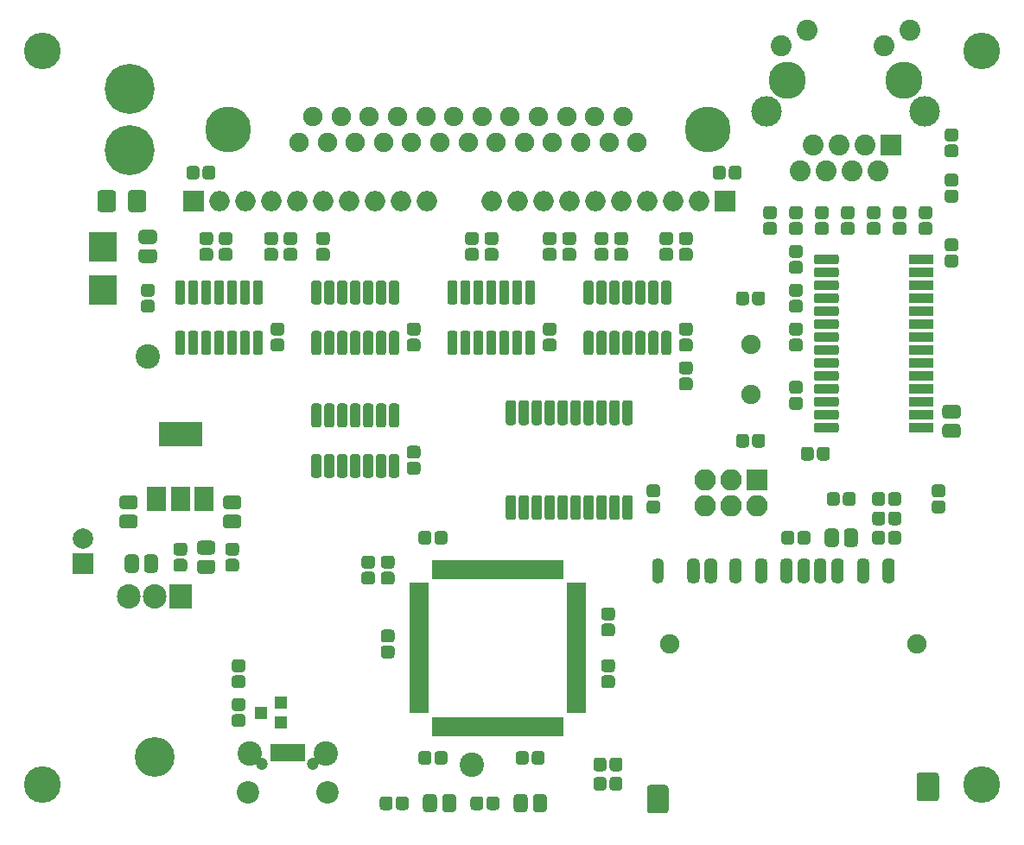
<source format=gts>
G04 #@! TF.GenerationSoftware,KiCad,Pcbnew,(5.1.6)-1*
G04 #@! TF.CreationDate,2021-05-12T21:13:22-05:00*
G04 #@! TF.ProjectId,scuznet,7363757a-6e65-4742-9e6b-696361645f70,rev?*
G04 #@! TF.SameCoordinates,Original*
G04 #@! TF.FileFunction,Soldermask,Top*
G04 #@! TF.FilePolarity,Negative*
%FSLAX46Y46*%
G04 Gerber Fmt 4.6, Leading zero omitted, Abs format (unit mm)*
G04 Created by KiCad (PCBNEW (5.1.6)-1) date 2021-05-12 21:13:22*
%MOMM*%
%LPD*%
G01*
G04 APERTURE LIST*
%ADD10C,4.500000*%
%ADD11C,1.900000*%
%ADD12C,4.900000*%
%ADD13O,2.100000X2.100000*%
%ADD14R,2.100000X2.100000*%
%ADD15O,3.900000X3.900000*%
%ADD16R,2.305000X2.400000*%
%ADD17O,2.305000X2.400000*%
%ADD18R,1.900000X2.400000*%
%ADD19R,4.200000X2.400000*%
%ADD20C,1.200000*%
%ADD21C,2.200000*%
%ADD22C,2.400000*%
%ADD23R,0.850000X1.700000*%
%ADD24R,1.300000X1.200000*%
%ADD25C,3.600000*%
%ADD26R,2.051000X2.051000*%
%ADD27C,2.051000*%
%ADD28C,3.000000*%
%ADD29C,3.650000*%
%ADD30R,1.900000X0.950000*%
%ADD31R,0.950000X1.900000*%
%ADD32O,2.000000X2.000000*%
%ADD33R,2.000000X2.000000*%
%ADD34R,2.700000X2.900000*%
%ADD35C,2.000000*%
G04 APERTURE END LIST*
G36*
G01*
X107165000Y-137438750D02*
X107165000Y-138151250D01*
G75*
G02*
X106846250Y-138470000I-318750J0D01*
G01*
X106208750Y-138470000D01*
G75*
G02*
X105890000Y-138151250I0J318750D01*
G01*
X105890000Y-137438750D01*
G75*
G02*
X106208750Y-137120000I318750J0D01*
G01*
X106846250Y-137120000D01*
G75*
G02*
X107165000Y-137438750I0J-318750D01*
G01*
G37*
G36*
G01*
X108740000Y-137438750D02*
X108740000Y-138151250D01*
G75*
G02*
X108421250Y-138470000I-318750J0D01*
G01*
X107783750Y-138470000D01*
G75*
G02*
X107465000Y-138151250I0J318750D01*
G01*
X107465000Y-137438750D01*
G75*
G02*
X107783750Y-137120000I318750J0D01*
G01*
X108421250Y-137120000D01*
G75*
G02*
X108740000Y-137438750I0J-318750D01*
G01*
G37*
G36*
G01*
X111510000Y-137238750D02*
X111510000Y-138351250D01*
G75*
G02*
X111166250Y-138695000I-343750J0D01*
G01*
X110478750Y-138695000D01*
G75*
G02*
X110135000Y-138351250I0J343750D01*
G01*
X110135000Y-137238750D01*
G75*
G02*
X110478750Y-136895000I343750J0D01*
G01*
X111166250Y-136895000D01*
G75*
G02*
X111510000Y-137238750I0J-343750D01*
G01*
G37*
G36*
G01*
X113385000Y-137238750D02*
X113385000Y-138351250D01*
G75*
G02*
X113041250Y-138695000I-343750J0D01*
G01*
X112353750Y-138695000D01*
G75*
G02*
X112010000Y-138351250I0J343750D01*
G01*
X112010000Y-137238750D01*
G75*
G02*
X112353750Y-136895000I343750J0D01*
G01*
X113041250Y-136895000D01*
G75*
G02*
X113385000Y-137238750I0J-343750D01*
G01*
G37*
D10*
X129180000Y-71730000D03*
X82140000Y-71730000D03*
D11*
X120840000Y-70460000D03*
X118080000Y-70460000D03*
X115320000Y-70460000D03*
X112560000Y-70460000D03*
X109800000Y-70460000D03*
X107040000Y-70460000D03*
X104280000Y-70460000D03*
X101520000Y-70460000D03*
X98760000Y-70460000D03*
X96000000Y-70460000D03*
X93240000Y-70460000D03*
X90480000Y-70460000D03*
X122220000Y-73000000D03*
X119460000Y-73000000D03*
X116700000Y-73000000D03*
X113940000Y-73000000D03*
X111180000Y-73000000D03*
X108420000Y-73000000D03*
X105660000Y-73000000D03*
X102900000Y-73000000D03*
X100140000Y-73000000D03*
X97380000Y-73000000D03*
X94620000Y-73000000D03*
X91860000Y-73000000D03*
X89100000Y-73000000D03*
D12*
X72500000Y-73700000D03*
X72500000Y-67700000D03*
D13*
X128905000Y-108585000D03*
X128905000Y-106045000D03*
X131445000Y-108585000D03*
X131445000Y-106045000D03*
X133985000Y-108585000D03*
D14*
X133985000Y-106045000D03*
D15*
X74930000Y-133275000D03*
D16*
X77470000Y-117475000D03*
D17*
X74930000Y-117475000D03*
X72390000Y-117475000D03*
D18*
X75170000Y-107925000D03*
X79770000Y-107925000D03*
X77470000Y-107925000D03*
D19*
X77470000Y-101625000D03*
G36*
G01*
X82828750Y-125245000D02*
X83541250Y-125245000D01*
G75*
G02*
X83860000Y-125563750I0J-318750D01*
G01*
X83860000Y-126201250D01*
G75*
G02*
X83541250Y-126520000I-318750J0D01*
G01*
X82828750Y-126520000D01*
G75*
G02*
X82510000Y-126201250I0J318750D01*
G01*
X82510000Y-125563750D01*
G75*
G02*
X82828750Y-125245000I318750J0D01*
G01*
G37*
G36*
G01*
X82828750Y-123670000D02*
X83541250Y-123670000D01*
G75*
G02*
X83860000Y-123988750I0J-318750D01*
G01*
X83860000Y-124626250D01*
G75*
G02*
X83541250Y-124945000I-318750J0D01*
G01*
X82828750Y-124945000D01*
G75*
G02*
X82510000Y-124626250I0J318750D01*
G01*
X82510000Y-123988750D01*
G75*
G02*
X82828750Y-123670000I318750J0D01*
G01*
G37*
G36*
G01*
X82828750Y-129055000D02*
X83541250Y-129055000D01*
G75*
G02*
X83860000Y-129373750I0J-318750D01*
G01*
X83860000Y-130011250D01*
G75*
G02*
X83541250Y-130330000I-318750J0D01*
G01*
X82828750Y-130330000D01*
G75*
G02*
X82510000Y-130011250I0J318750D01*
G01*
X82510000Y-129373750D01*
G75*
G02*
X82828750Y-129055000I318750J0D01*
G01*
G37*
G36*
G01*
X82828750Y-127480000D02*
X83541250Y-127480000D01*
G75*
G02*
X83860000Y-127798750I0J-318750D01*
G01*
X83860000Y-128436250D01*
G75*
G02*
X83541250Y-128755000I-318750J0D01*
G01*
X82828750Y-128755000D01*
G75*
G02*
X82510000Y-128436250I0J318750D01*
G01*
X82510000Y-127798750D01*
G75*
G02*
X82828750Y-127480000I318750J0D01*
G01*
G37*
D20*
X90500000Y-133950000D03*
X85500000Y-133950000D03*
D21*
X91875000Y-136700000D03*
X84125000Y-136700000D03*
D22*
X91725000Y-132900000D03*
X84275000Y-132900000D03*
D23*
X89300000Y-132850000D03*
X88650000Y-132850000D03*
X88000000Y-132850000D03*
X87350000Y-132850000D03*
X86700000Y-132850000D03*
D24*
X85360000Y-128905000D03*
X87360000Y-127955000D03*
X87360000Y-129855000D03*
G36*
G01*
X149600000Y-137294200D02*
X149600000Y-135105800D01*
G75*
G02*
X149905800Y-134800000I305800J0D01*
G01*
X151494200Y-134800000D01*
G75*
G02*
X151800000Y-135105800I0J-305800D01*
G01*
X151800000Y-137294200D01*
G75*
G02*
X151494200Y-137600000I-305800J0D01*
G01*
X149905800Y-137600000D01*
G75*
G02*
X149600000Y-137294200I0J305800D01*
G01*
G37*
G36*
G01*
X123200000Y-138491300D02*
X123200000Y-136308700D01*
G75*
G02*
X123508700Y-136000000I308700J0D01*
G01*
X124991300Y-136000000D01*
G75*
G02*
X125300000Y-136308700I0J-308700D01*
G01*
X125300000Y-138491300D01*
G75*
G02*
X124991300Y-138800000I-308700J0D01*
G01*
X123508700Y-138800000D01*
G75*
G02*
X123200000Y-138491300I0J308700D01*
G01*
G37*
D11*
X149600000Y-122200000D03*
X125400000Y-122200000D03*
G36*
G01*
X123710000Y-115807300D02*
X123710000Y-114192700D01*
G75*
G02*
X124102700Y-113800000I392700J0D01*
G01*
X124417300Y-113800000D01*
G75*
G02*
X124810000Y-114192700I0J-392700D01*
G01*
X124810000Y-115807300D01*
G75*
G02*
X124417300Y-116200000I-392700J0D01*
G01*
X124102700Y-116200000D01*
G75*
G02*
X123710000Y-115807300I0J392700D01*
G01*
G37*
G36*
G01*
X127150000Y-115824400D02*
X127150000Y-114175600D01*
G75*
G02*
X127525600Y-113800000I375600J0D01*
G01*
X127974400Y-113800000D01*
G75*
G02*
X128350000Y-114175600I0J-375600D01*
G01*
X128350000Y-115824400D01*
G75*
G02*
X127974400Y-116200000I-375600J0D01*
G01*
X127525600Y-116200000D01*
G75*
G02*
X127150000Y-115824400I0J375600D01*
G01*
G37*
G36*
G01*
X128850000Y-115824400D02*
X128850000Y-114175600D01*
G75*
G02*
X129225600Y-113800000I375600J0D01*
G01*
X129674400Y-113800000D01*
G75*
G02*
X130050000Y-114175600I0J-375600D01*
G01*
X130050000Y-115824400D01*
G75*
G02*
X129674400Y-116200000I-375600J0D01*
G01*
X129225600Y-116200000D01*
G75*
G02*
X128850000Y-115824400I0J375600D01*
G01*
G37*
G36*
G01*
X131280000Y-115824400D02*
X131280000Y-114175600D01*
G75*
G02*
X131655600Y-113800000I375600J0D01*
G01*
X132104400Y-113800000D01*
G75*
G02*
X132480000Y-114175600I0J-375600D01*
G01*
X132480000Y-115824400D01*
G75*
G02*
X132104400Y-116200000I-375600J0D01*
G01*
X131655600Y-116200000D01*
G75*
G02*
X131280000Y-115824400I0J375600D01*
G01*
G37*
G36*
G01*
X133780000Y-115824400D02*
X133780000Y-114175600D01*
G75*
G02*
X134155600Y-113800000I375600J0D01*
G01*
X134604400Y-113800000D01*
G75*
G02*
X134980000Y-114175600I0J-375600D01*
G01*
X134980000Y-115824400D01*
G75*
G02*
X134604400Y-116200000I-375600J0D01*
G01*
X134155600Y-116200000D01*
G75*
G02*
X133780000Y-115824400I0J375600D01*
G01*
G37*
G36*
G01*
X136280000Y-115824400D02*
X136280000Y-114175600D01*
G75*
G02*
X136655600Y-113800000I375600J0D01*
G01*
X137104400Y-113800000D01*
G75*
G02*
X137480000Y-114175600I0J-375600D01*
G01*
X137480000Y-115824400D01*
G75*
G02*
X137104400Y-116200000I-375600J0D01*
G01*
X136655600Y-116200000D01*
G75*
G02*
X136280000Y-115824400I0J375600D01*
G01*
G37*
G36*
G01*
X137980000Y-115824400D02*
X137980000Y-114175600D01*
G75*
G02*
X138355600Y-113800000I375600J0D01*
G01*
X138804400Y-113800000D01*
G75*
G02*
X139180000Y-114175600I0J-375600D01*
G01*
X139180000Y-115824400D01*
G75*
G02*
X138804400Y-116200000I-375600J0D01*
G01*
X138355600Y-116200000D01*
G75*
G02*
X137980000Y-115824400I0J375600D01*
G01*
G37*
G36*
G01*
X139580000Y-115824400D02*
X139580000Y-114175600D01*
G75*
G02*
X139955600Y-113800000I375600J0D01*
G01*
X140404400Y-113800000D01*
G75*
G02*
X140780000Y-114175600I0J-375600D01*
G01*
X140780000Y-115824400D01*
G75*
G02*
X140404400Y-116200000I-375600J0D01*
G01*
X139955600Y-116200000D01*
G75*
G02*
X139580000Y-115824400I0J375600D01*
G01*
G37*
G36*
G01*
X141280000Y-115824400D02*
X141280000Y-114175600D01*
G75*
G02*
X141655600Y-113800000I375600J0D01*
G01*
X142104400Y-113800000D01*
G75*
G02*
X142480000Y-114175600I0J-375600D01*
G01*
X142480000Y-115824400D01*
G75*
G02*
X142104400Y-116200000I-375600J0D01*
G01*
X141655600Y-116200000D01*
G75*
G02*
X141280000Y-115824400I0J375600D01*
G01*
G37*
G36*
G01*
X143780000Y-115824400D02*
X143780000Y-114175600D01*
G75*
G02*
X144155600Y-113800000I375600J0D01*
G01*
X144604400Y-113800000D01*
G75*
G02*
X144980000Y-114175600I0J-375600D01*
G01*
X144980000Y-115824400D01*
G75*
G02*
X144604400Y-116200000I-375600J0D01*
G01*
X144155600Y-116200000D01*
G75*
G02*
X143780000Y-115824400I0J375600D01*
G01*
G37*
G36*
G01*
X146280000Y-115824400D02*
X146280000Y-114175600D01*
G75*
G02*
X146655600Y-113800000I375600J0D01*
G01*
X147104400Y-113800000D01*
G75*
G02*
X147480000Y-114175600I0J-375600D01*
G01*
X147480000Y-115824400D01*
G75*
G02*
X147104400Y-116200000I-375600J0D01*
G01*
X146655600Y-116200000D01*
G75*
G02*
X146280000Y-115824400I0J375600D01*
G01*
G37*
D25*
X156000000Y-136000000D03*
X64000000Y-136000000D03*
X64000000Y-64000000D03*
X156000000Y-64000000D03*
D26*
X147100000Y-73200000D03*
D27*
X145830000Y-75740000D03*
X144560000Y-73200000D03*
X143290000Y-75740000D03*
X142020000Y-73200000D03*
X140750000Y-75740000D03*
X139480000Y-73200000D03*
X138210000Y-75740000D03*
X136330000Y-63480000D03*
X138870000Y-61960000D03*
X146440000Y-63480000D03*
X148980000Y-61960000D03*
D28*
X150430000Y-69910000D03*
X134880000Y-69910000D03*
D29*
X148370000Y-66860000D03*
X136940000Y-66860000D03*
G36*
G01*
X121035000Y-107565000D02*
X121535000Y-107565000D01*
G75*
G02*
X121785000Y-107815000I0J-250000D01*
G01*
X121785000Y-109765000D01*
G75*
G02*
X121535000Y-110015000I-250000J0D01*
G01*
X121035000Y-110015000D01*
G75*
G02*
X120785000Y-109765000I0J250000D01*
G01*
X120785000Y-107815000D01*
G75*
G02*
X121035000Y-107565000I250000J0D01*
G01*
G37*
G36*
G01*
X119765000Y-107565000D02*
X120265000Y-107565000D01*
G75*
G02*
X120515000Y-107815000I0J-250000D01*
G01*
X120515000Y-109765000D01*
G75*
G02*
X120265000Y-110015000I-250000J0D01*
G01*
X119765000Y-110015000D01*
G75*
G02*
X119515000Y-109765000I0J250000D01*
G01*
X119515000Y-107815000D01*
G75*
G02*
X119765000Y-107565000I250000J0D01*
G01*
G37*
G36*
G01*
X118495000Y-107565000D02*
X118995000Y-107565000D01*
G75*
G02*
X119245000Y-107815000I0J-250000D01*
G01*
X119245000Y-109765000D01*
G75*
G02*
X118995000Y-110015000I-250000J0D01*
G01*
X118495000Y-110015000D01*
G75*
G02*
X118245000Y-109765000I0J250000D01*
G01*
X118245000Y-107815000D01*
G75*
G02*
X118495000Y-107565000I250000J0D01*
G01*
G37*
G36*
G01*
X117225000Y-107565000D02*
X117725000Y-107565000D01*
G75*
G02*
X117975000Y-107815000I0J-250000D01*
G01*
X117975000Y-109765000D01*
G75*
G02*
X117725000Y-110015000I-250000J0D01*
G01*
X117225000Y-110015000D01*
G75*
G02*
X116975000Y-109765000I0J250000D01*
G01*
X116975000Y-107815000D01*
G75*
G02*
X117225000Y-107565000I250000J0D01*
G01*
G37*
G36*
G01*
X115955000Y-107565000D02*
X116455000Y-107565000D01*
G75*
G02*
X116705000Y-107815000I0J-250000D01*
G01*
X116705000Y-109765000D01*
G75*
G02*
X116455000Y-110015000I-250000J0D01*
G01*
X115955000Y-110015000D01*
G75*
G02*
X115705000Y-109765000I0J250000D01*
G01*
X115705000Y-107815000D01*
G75*
G02*
X115955000Y-107565000I250000J0D01*
G01*
G37*
G36*
G01*
X114685000Y-107565000D02*
X115185000Y-107565000D01*
G75*
G02*
X115435000Y-107815000I0J-250000D01*
G01*
X115435000Y-109765000D01*
G75*
G02*
X115185000Y-110015000I-250000J0D01*
G01*
X114685000Y-110015000D01*
G75*
G02*
X114435000Y-109765000I0J250000D01*
G01*
X114435000Y-107815000D01*
G75*
G02*
X114685000Y-107565000I250000J0D01*
G01*
G37*
G36*
G01*
X113415000Y-107565000D02*
X113915000Y-107565000D01*
G75*
G02*
X114165000Y-107815000I0J-250000D01*
G01*
X114165000Y-109765000D01*
G75*
G02*
X113915000Y-110015000I-250000J0D01*
G01*
X113415000Y-110015000D01*
G75*
G02*
X113165000Y-109765000I0J250000D01*
G01*
X113165000Y-107815000D01*
G75*
G02*
X113415000Y-107565000I250000J0D01*
G01*
G37*
G36*
G01*
X112145000Y-107565000D02*
X112645000Y-107565000D01*
G75*
G02*
X112895000Y-107815000I0J-250000D01*
G01*
X112895000Y-109765000D01*
G75*
G02*
X112645000Y-110015000I-250000J0D01*
G01*
X112145000Y-110015000D01*
G75*
G02*
X111895000Y-109765000I0J250000D01*
G01*
X111895000Y-107815000D01*
G75*
G02*
X112145000Y-107565000I250000J0D01*
G01*
G37*
G36*
G01*
X110875000Y-107565000D02*
X111375000Y-107565000D01*
G75*
G02*
X111625000Y-107815000I0J-250000D01*
G01*
X111625000Y-109765000D01*
G75*
G02*
X111375000Y-110015000I-250000J0D01*
G01*
X110875000Y-110015000D01*
G75*
G02*
X110625000Y-109765000I0J250000D01*
G01*
X110625000Y-107815000D01*
G75*
G02*
X110875000Y-107565000I250000J0D01*
G01*
G37*
G36*
G01*
X109605000Y-107565000D02*
X110105000Y-107565000D01*
G75*
G02*
X110355000Y-107815000I0J-250000D01*
G01*
X110355000Y-109765000D01*
G75*
G02*
X110105000Y-110015000I-250000J0D01*
G01*
X109605000Y-110015000D01*
G75*
G02*
X109355000Y-109765000I0J250000D01*
G01*
X109355000Y-107815000D01*
G75*
G02*
X109605000Y-107565000I250000J0D01*
G01*
G37*
G36*
G01*
X109605000Y-98265000D02*
X110105000Y-98265000D01*
G75*
G02*
X110355000Y-98515000I0J-250000D01*
G01*
X110355000Y-100465000D01*
G75*
G02*
X110105000Y-100715000I-250000J0D01*
G01*
X109605000Y-100715000D01*
G75*
G02*
X109355000Y-100465000I0J250000D01*
G01*
X109355000Y-98515000D01*
G75*
G02*
X109605000Y-98265000I250000J0D01*
G01*
G37*
G36*
G01*
X110875000Y-98265000D02*
X111375000Y-98265000D01*
G75*
G02*
X111625000Y-98515000I0J-250000D01*
G01*
X111625000Y-100465000D01*
G75*
G02*
X111375000Y-100715000I-250000J0D01*
G01*
X110875000Y-100715000D01*
G75*
G02*
X110625000Y-100465000I0J250000D01*
G01*
X110625000Y-98515000D01*
G75*
G02*
X110875000Y-98265000I250000J0D01*
G01*
G37*
G36*
G01*
X112145000Y-98265000D02*
X112645000Y-98265000D01*
G75*
G02*
X112895000Y-98515000I0J-250000D01*
G01*
X112895000Y-100465000D01*
G75*
G02*
X112645000Y-100715000I-250000J0D01*
G01*
X112145000Y-100715000D01*
G75*
G02*
X111895000Y-100465000I0J250000D01*
G01*
X111895000Y-98515000D01*
G75*
G02*
X112145000Y-98265000I250000J0D01*
G01*
G37*
G36*
G01*
X113415000Y-98265000D02*
X113915000Y-98265000D01*
G75*
G02*
X114165000Y-98515000I0J-250000D01*
G01*
X114165000Y-100465000D01*
G75*
G02*
X113915000Y-100715000I-250000J0D01*
G01*
X113415000Y-100715000D01*
G75*
G02*
X113165000Y-100465000I0J250000D01*
G01*
X113165000Y-98515000D01*
G75*
G02*
X113415000Y-98265000I250000J0D01*
G01*
G37*
G36*
G01*
X114685000Y-98265000D02*
X115185000Y-98265000D01*
G75*
G02*
X115435000Y-98515000I0J-250000D01*
G01*
X115435000Y-100465000D01*
G75*
G02*
X115185000Y-100715000I-250000J0D01*
G01*
X114685000Y-100715000D01*
G75*
G02*
X114435000Y-100465000I0J250000D01*
G01*
X114435000Y-98515000D01*
G75*
G02*
X114685000Y-98265000I250000J0D01*
G01*
G37*
G36*
G01*
X115955000Y-98265000D02*
X116455000Y-98265000D01*
G75*
G02*
X116705000Y-98515000I0J-250000D01*
G01*
X116705000Y-100465000D01*
G75*
G02*
X116455000Y-100715000I-250000J0D01*
G01*
X115955000Y-100715000D01*
G75*
G02*
X115705000Y-100465000I0J250000D01*
G01*
X115705000Y-98515000D01*
G75*
G02*
X115955000Y-98265000I250000J0D01*
G01*
G37*
G36*
G01*
X117225000Y-98265000D02*
X117725000Y-98265000D01*
G75*
G02*
X117975000Y-98515000I0J-250000D01*
G01*
X117975000Y-100465000D01*
G75*
G02*
X117725000Y-100715000I-250000J0D01*
G01*
X117225000Y-100715000D01*
G75*
G02*
X116975000Y-100465000I0J250000D01*
G01*
X116975000Y-98515000D01*
G75*
G02*
X117225000Y-98265000I250000J0D01*
G01*
G37*
G36*
G01*
X118495000Y-98265000D02*
X118995000Y-98265000D01*
G75*
G02*
X119245000Y-98515000I0J-250000D01*
G01*
X119245000Y-100465000D01*
G75*
G02*
X118995000Y-100715000I-250000J0D01*
G01*
X118495000Y-100715000D01*
G75*
G02*
X118245000Y-100465000I0J250000D01*
G01*
X118245000Y-98515000D01*
G75*
G02*
X118495000Y-98265000I250000J0D01*
G01*
G37*
G36*
G01*
X119765000Y-98265000D02*
X120265000Y-98265000D01*
G75*
G02*
X120515000Y-98515000I0J-250000D01*
G01*
X120515000Y-100465000D01*
G75*
G02*
X120265000Y-100715000I-250000J0D01*
G01*
X119765000Y-100715000D01*
G75*
G02*
X119515000Y-100465000I0J250000D01*
G01*
X119515000Y-98515000D01*
G75*
G02*
X119765000Y-98265000I250000J0D01*
G01*
G37*
G36*
G01*
X121035000Y-98265000D02*
X121535000Y-98265000D01*
G75*
G02*
X121785000Y-98515000I0J-250000D01*
G01*
X121785000Y-100465000D01*
G75*
G02*
X121535000Y-100715000I-250000J0D01*
G01*
X121035000Y-100715000D01*
G75*
G02*
X120785000Y-100465000I0J250000D01*
G01*
X120785000Y-98515000D01*
G75*
G02*
X121035000Y-98265000I250000J0D01*
G01*
G37*
D11*
X133350000Y-97663000D03*
X133350000Y-92783000D03*
G36*
G01*
X141990000Y-100715000D02*
X141990000Y-101215000D01*
G75*
G02*
X141740000Y-101465000I-250000J0D01*
G01*
X139790000Y-101465000D01*
G75*
G02*
X139540000Y-101215000I0J250000D01*
G01*
X139540000Y-100715000D01*
G75*
G02*
X139790000Y-100465000I250000J0D01*
G01*
X141740000Y-100465000D01*
G75*
G02*
X141990000Y-100715000I0J-250000D01*
G01*
G37*
G36*
G01*
X141990000Y-99445000D02*
X141990000Y-99945000D01*
G75*
G02*
X141740000Y-100195000I-250000J0D01*
G01*
X139790000Y-100195000D01*
G75*
G02*
X139540000Y-99945000I0J250000D01*
G01*
X139540000Y-99445000D01*
G75*
G02*
X139790000Y-99195000I250000J0D01*
G01*
X141740000Y-99195000D01*
G75*
G02*
X141990000Y-99445000I0J-250000D01*
G01*
G37*
G36*
G01*
X141990000Y-98175000D02*
X141990000Y-98675000D01*
G75*
G02*
X141740000Y-98925000I-250000J0D01*
G01*
X139790000Y-98925000D01*
G75*
G02*
X139540000Y-98675000I0J250000D01*
G01*
X139540000Y-98175000D01*
G75*
G02*
X139790000Y-97925000I250000J0D01*
G01*
X141740000Y-97925000D01*
G75*
G02*
X141990000Y-98175000I0J-250000D01*
G01*
G37*
G36*
G01*
X141990000Y-96905000D02*
X141990000Y-97405000D01*
G75*
G02*
X141740000Y-97655000I-250000J0D01*
G01*
X139790000Y-97655000D01*
G75*
G02*
X139540000Y-97405000I0J250000D01*
G01*
X139540000Y-96905000D01*
G75*
G02*
X139790000Y-96655000I250000J0D01*
G01*
X141740000Y-96655000D01*
G75*
G02*
X141990000Y-96905000I0J-250000D01*
G01*
G37*
G36*
G01*
X141990000Y-95635000D02*
X141990000Y-96135000D01*
G75*
G02*
X141740000Y-96385000I-250000J0D01*
G01*
X139790000Y-96385000D01*
G75*
G02*
X139540000Y-96135000I0J250000D01*
G01*
X139540000Y-95635000D01*
G75*
G02*
X139790000Y-95385000I250000J0D01*
G01*
X141740000Y-95385000D01*
G75*
G02*
X141990000Y-95635000I0J-250000D01*
G01*
G37*
G36*
G01*
X141990000Y-94365000D02*
X141990000Y-94865000D01*
G75*
G02*
X141740000Y-95115000I-250000J0D01*
G01*
X139790000Y-95115000D01*
G75*
G02*
X139540000Y-94865000I0J250000D01*
G01*
X139540000Y-94365000D01*
G75*
G02*
X139790000Y-94115000I250000J0D01*
G01*
X141740000Y-94115000D01*
G75*
G02*
X141990000Y-94365000I0J-250000D01*
G01*
G37*
G36*
G01*
X141990000Y-93095000D02*
X141990000Y-93595000D01*
G75*
G02*
X141740000Y-93845000I-250000J0D01*
G01*
X139790000Y-93845000D01*
G75*
G02*
X139540000Y-93595000I0J250000D01*
G01*
X139540000Y-93095000D01*
G75*
G02*
X139790000Y-92845000I250000J0D01*
G01*
X141740000Y-92845000D01*
G75*
G02*
X141990000Y-93095000I0J-250000D01*
G01*
G37*
G36*
G01*
X141990000Y-91825000D02*
X141990000Y-92325000D01*
G75*
G02*
X141740000Y-92575000I-250000J0D01*
G01*
X139790000Y-92575000D01*
G75*
G02*
X139540000Y-92325000I0J250000D01*
G01*
X139540000Y-91825000D01*
G75*
G02*
X139790000Y-91575000I250000J0D01*
G01*
X141740000Y-91575000D01*
G75*
G02*
X141990000Y-91825000I0J-250000D01*
G01*
G37*
G36*
G01*
X141990000Y-90555000D02*
X141990000Y-91055000D01*
G75*
G02*
X141740000Y-91305000I-250000J0D01*
G01*
X139790000Y-91305000D01*
G75*
G02*
X139540000Y-91055000I0J250000D01*
G01*
X139540000Y-90555000D01*
G75*
G02*
X139790000Y-90305000I250000J0D01*
G01*
X141740000Y-90305000D01*
G75*
G02*
X141990000Y-90555000I0J-250000D01*
G01*
G37*
G36*
G01*
X141990000Y-89285000D02*
X141990000Y-89785000D01*
G75*
G02*
X141740000Y-90035000I-250000J0D01*
G01*
X139790000Y-90035000D01*
G75*
G02*
X139540000Y-89785000I0J250000D01*
G01*
X139540000Y-89285000D01*
G75*
G02*
X139790000Y-89035000I250000J0D01*
G01*
X141740000Y-89035000D01*
G75*
G02*
X141990000Y-89285000I0J-250000D01*
G01*
G37*
G36*
G01*
X141990000Y-88015000D02*
X141990000Y-88515000D01*
G75*
G02*
X141740000Y-88765000I-250000J0D01*
G01*
X139790000Y-88765000D01*
G75*
G02*
X139540000Y-88515000I0J250000D01*
G01*
X139540000Y-88015000D01*
G75*
G02*
X139790000Y-87765000I250000J0D01*
G01*
X141740000Y-87765000D01*
G75*
G02*
X141990000Y-88015000I0J-250000D01*
G01*
G37*
G36*
G01*
X141990000Y-86745000D02*
X141990000Y-87245000D01*
G75*
G02*
X141740000Y-87495000I-250000J0D01*
G01*
X139790000Y-87495000D01*
G75*
G02*
X139540000Y-87245000I0J250000D01*
G01*
X139540000Y-86745000D01*
G75*
G02*
X139790000Y-86495000I250000J0D01*
G01*
X141740000Y-86495000D01*
G75*
G02*
X141990000Y-86745000I0J-250000D01*
G01*
G37*
G36*
G01*
X141990000Y-85475000D02*
X141990000Y-85975000D01*
G75*
G02*
X141740000Y-86225000I-250000J0D01*
G01*
X139790000Y-86225000D01*
G75*
G02*
X139540000Y-85975000I0J250000D01*
G01*
X139540000Y-85475000D01*
G75*
G02*
X139790000Y-85225000I250000J0D01*
G01*
X141740000Y-85225000D01*
G75*
G02*
X141990000Y-85475000I0J-250000D01*
G01*
G37*
G36*
G01*
X141990000Y-84205000D02*
X141990000Y-84705000D01*
G75*
G02*
X141740000Y-84955000I-250000J0D01*
G01*
X139790000Y-84955000D01*
G75*
G02*
X139540000Y-84705000I0J250000D01*
G01*
X139540000Y-84205000D01*
G75*
G02*
X139790000Y-83955000I250000J0D01*
G01*
X141740000Y-83955000D01*
G75*
G02*
X141990000Y-84205000I0J-250000D01*
G01*
G37*
G36*
G01*
X151290000Y-84205000D02*
X151290000Y-84705000D01*
G75*
G02*
X151040000Y-84955000I-250000J0D01*
G01*
X149090000Y-84955000D01*
G75*
G02*
X148840000Y-84705000I0J250000D01*
G01*
X148840000Y-84205000D01*
G75*
G02*
X149090000Y-83955000I250000J0D01*
G01*
X151040000Y-83955000D01*
G75*
G02*
X151290000Y-84205000I0J-250000D01*
G01*
G37*
G36*
G01*
X151290000Y-85475000D02*
X151290000Y-85975000D01*
G75*
G02*
X151040000Y-86225000I-250000J0D01*
G01*
X149090000Y-86225000D01*
G75*
G02*
X148840000Y-85975000I0J250000D01*
G01*
X148840000Y-85475000D01*
G75*
G02*
X149090000Y-85225000I250000J0D01*
G01*
X151040000Y-85225000D01*
G75*
G02*
X151290000Y-85475000I0J-250000D01*
G01*
G37*
G36*
G01*
X151290000Y-86745000D02*
X151290000Y-87245000D01*
G75*
G02*
X151040000Y-87495000I-250000J0D01*
G01*
X149090000Y-87495000D01*
G75*
G02*
X148840000Y-87245000I0J250000D01*
G01*
X148840000Y-86745000D01*
G75*
G02*
X149090000Y-86495000I250000J0D01*
G01*
X151040000Y-86495000D01*
G75*
G02*
X151290000Y-86745000I0J-250000D01*
G01*
G37*
G36*
G01*
X151290000Y-88015000D02*
X151290000Y-88515000D01*
G75*
G02*
X151040000Y-88765000I-250000J0D01*
G01*
X149090000Y-88765000D01*
G75*
G02*
X148840000Y-88515000I0J250000D01*
G01*
X148840000Y-88015000D01*
G75*
G02*
X149090000Y-87765000I250000J0D01*
G01*
X151040000Y-87765000D01*
G75*
G02*
X151290000Y-88015000I0J-250000D01*
G01*
G37*
G36*
G01*
X151290000Y-89285000D02*
X151290000Y-89785000D01*
G75*
G02*
X151040000Y-90035000I-250000J0D01*
G01*
X149090000Y-90035000D01*
G75*
G02*
X148840000Y-89785000I0J250000D01*
G01*
X148840000Y-89285000D01*
G75*
G02*
X149090000Y-89035000I250000J0D01*
G01*
X151040000Y-89035000D01*
G75*
G02*
X151290000Y-89285000I0J-250000D01*
G01*
G37*
G36*
G01*
X151290000Y-90555000D02*
X151290000Y-91055000D01*
G75*
G02*
X151040000Y-91305000I-250000J0D01*
G01*
X149090000Y-91305000D01*
G75*
G02*
X148840000Y-91055000I0J250000D01*
G01*
X148840000Y-90555000D01*
G75*
G02*
X149090000Y-90305000I250000J0D01*
G01*
X151040000Y-90305000D01*
G75*
G02*
X151290000Y-90555000I0J-250000D01*
G01*
G37*
G36*
G01*
X151290000Y-91825000D02*
X151290000Y-92325000D01*
G75*
G02*
X151040000Y-92575000I-250000J0D01*
G01*
X149090000Y-92575000D01*
G75*
G02*
X148840000Y-92325000I0J250000D01*
G01*
X148840000Y-91825000D01*
G75*
G02*
X149090000Y-91575000I250000J0D01*
G01*
X151040000Y-91575000D01*
G75*
G02*
X151290000Y-91825000I0J-250000D01*
G01*
G37*
G36*
G01*
X151290000Y-93095000D02*
X151290000Y-93595000D01*
G75*
G02*
X151040000Y-93845000I-250000J0D01*
G01*
X149090000Y-93845000D01*
G75*
G02*
X148840000Y-93595000I0J250000D01*
G01*
X148840000Y-93095000D01*
G75*
G02*
X149090000Y-92845000I250000J0D01*
G01*
X151040000Y-92845000D01*
G75*
G02*
X151290000Y-93095000I0J-250000D01*
G01*
G37*
G36*
G01*
X151290000Y-94365000D02*
X151290000Y-94865000D01*
G75*
G02*
X151040000Y-95115000I-250000J0D01*
G01*
X149090000Y-95115000D01*
G75*
G02*
X148840000Y-94865000I0J250000D01*
G01*
X148840000Y-94365000D01*
G75*
G02*
X149090000Y-94115000I250000J0D01*
G01*
X151040000Y-94115000D01*
G75*
G02*
X151290000Y-94365000I0J-250000D01*
G01*
G37*
G36*
G01*
X151290000Y-95635000D02*
X151290000Y-96135000D01*
G75*
G02*
X151040000Y-96385000I-250000J0D01*
G01*
X149090000Y-96385000D01*
G75*
G02*
X148840000Y-96135000I0J250000D01*
G01*
X148840000Y-95635000D01*
G75*
G02*
X149090000Y-95385000I250000J0D01*
G01*
X151040000Y-95385000D01*
G75*
G02*
X151290000Y-95635000I0J-250000D01*
G01*
G37*
G36*
G01*
X151290000Y-96905000D02*
X151290000Y-97405000D01*
G75*
G02*
X151040000Y-97655000I-250000J0D01*
G01*
X149090000Y-97655000D01*
G75*
G02*
X148840000Y-97405000I0J250000D01*
G01*
X148840000Y-96905000D01*
G75*
G02*
X149090000Y-96655000I250000J0D01*
G01*
X151040000Y-96655000D01*
G75*
G02*
X151290000Y-96905000I0J-250000D01*
G01*
G37*
G36*
G01*
X151290000Y-98175000D02*
X151290000Y-98675000D01*
G75*
G02*
X151040000Y-98925000I-250000J0D01*
G01*
X149090000Y-98925000D01*
G75*
G02*
X148840000Y-98675000I0J250000D01*
G01*
X148840000Y-98175000D01*
G75*
G02*
X149090000Y-97925000I250000J0D01*
G01*
X151040000Y-97925000D01*
G75*
G02*
X151290000Y-98175000I0J-250000D01*
G01*
G37*
G36*
G01*
X151290000Y-99445000D02*
X151290000Y-99945000D01*
G75*
G02*
X151040000Y-100195000I-250000J0D01*
G01*
X149090000Y-100195000D01*
G75*
G02*
X148840000Y-99945000I0J250000D01*
G01*
X148840000Y-99445000D01*
G75*
G02*
X149090000Y-99195000I250000J0D01*
G01*
X151040000Y-99195000D01*
G75*
G02*
X151290000Y-99445000I0J-250000D01*
G01*
G37*
G36*
G01*
X151290000Y-100715000D02*
X151290000Y-101215000D01*
G75*
G02*
X151040000Y-101465000I-250000J0D01*
G01*
X149090000Y-101465000D01*
G75*
G02*
X148840000Y-101215000I0J250000D01*
G01*
X148840000Y-100715000D01*
G75*
G02*
X149090000Y-100465000I250000J0D01*
G01*
X151040000Y-100465000D01*
G75*
G02*
X151290000Y-100715000I0J-250000D01*
G01*
G37*
G36*
G01*
X98175000Y-91470000D02*
X98675000Y-91470000D01*
G75*
G02*
X98925000Y-91720000I0J-250000D01*
G01*
X98925000Y-93570000D01*
G75*
G02*
X98675000Y-93820000I-250000J0D01*
G01*
X98175000Y-93820000D01*
G75*
G02*
X97925000Y-93570000I0J250000D01*
G01*
X97925000Y-91720000D01*
G75*
G02*
X98175000Y-91470000I250000J0D01*
G01*
G37*
G36*
G01*
X96905000Y-91470000D02*
X97405000Y-91470000D01*
G75*
G02*
X97655000Y-91720000I0J-250000D01*
G01*
X97655000Y-93570000D01*
G75*
G02*
X97405000Y-93820000I-250000J0D01*
G01*
X96905000Y-93820000D01*
G75*
G02*
X96655000Y-93570000I0J250000D01*
G01*
X96655000Y-91720000D01*
G75*
G02*
X96905000Y-91470000I250000J0D01*
G01*
G37*
G36*
G01*
X95635000Y-91470000D02*
X96135000Y-91470000D01*
G75*
G02*
X96385000Y-91720000I0J-250000D01*
G01*
X96385000Y-93570000D01*
G75*
G02*
X96135000Y-93820000I-250000J0D01*
G01*
X95635000Y-93820000D01*
G75*
G02*
X95385000Y-93570000I0J250000D01*
G01*
X95385000Y-91720000D01*
G75*
G02*
X95635000Y-91470000I250000J0D01*
G01*
G37*
G36*
G01*
X94365000Y-91470000D02*
X94865000Y-91470000D01*
G75*
G02*
X95115000Y-91720000I0J-250000D01*
G01*
X95115000Y-93570000D01*
G75*
G02*
X94865000Y-93820000I-250000J0D01*
G01*
X94365000Y-93820000D01*
G75*
G02*
X94115000Y-93570000I0J250000D01*
G01*
X94115000Y-91720000D01*
G75*
G02*
X94365000Y-91470000I250000J0D01*
G01*
G37*
G36*
G01*
X93095000Y-91470000D02*
X93595000Y-91470000D01*
G75*
G02*
X93845000Y-91720000I0J-250000D01*
G01*
X93845000Y-93570000D01*
G75*
G02*
X93595000Y-93820000I-250000J0D01*
G01*
X93095000Y-93820000D01*
G75*
G02*
X92845000Y-93570000I0J250000D01*
G01*
X92845000Y-91720000D01*
G75*
G02*
X93095000Y-91470000I250000J0D01*
G01*
G37*
G36*
G01*
X91825000Y-91470000D02*
X92325000Y-91470000D01*
G75*
G02*
X92575000Y-91720000I0J-250000D01*
G01*
X92575000Y-93570000D01*
G75*
G02*
X92325000Y-93820000I-250000J0D01*
G01*
X91825000Y-93820000D01*
G75*
G02*
X91575000Y-93570000I0J250000D01*
G01*
X91575000Y-91720000D01*
G75*
G02*
X91825000Y-91470000I250000J0D01*
G01*
G37*
G36*
G01*
X90555000Y-91470000D02*
X91055000Y-91470000D01*
G75*
G02*
X91305000Y-91720000I0J-250000D01*
G01*
X91305000Y-93570000D01*
G75*
G02*
X91055000Y-93820000I-250000J0D01*
G01*
X90555000Y-93820000D01*
G75*
G02*
X90305000Y-93570000I0J250000D01*
G01*
X90305000Y-91720000D01*
G75*
G02*
X90555000Y-91470000I250000J0D01*
G01*
G37*
G36*
G01*
X90555000Y-86520000D02*
X91055000Y-86520000D01*
G75*
G02*
X91305000Y-86770000I0J-250000D01*
G01*
X91305000Y-88620000D01*
G75*
G02*
X91055000Y-88870000I-250000J0D01*
G01*
X90555000Y-88870000D01*
G75*
G02*
X90305000Y-88620000I0J250000D01*
G01*
X90305000Y-86770000D01*
G75*
G02*
X90555000Y-86520000I250000J0D01*
G01*
G37*
G36*
G01*
X91825000Y-86520000D02*
X92325000Y-86520000D01*
G75*
G02*
X92575000Y-86770000I0J-250000D01*
G01*
X92575000Y-88620000D01*
G75*
G02*
X92325000Y-88870000I-250000J0D01*
G01*
X91825000Y-88870000D01*
G75*
G02*
X91575000Y-88620000I0J250000D01*
G01*
X91575000Y-86770000D01*
G75*
G02*
X91825000Y-86520000I250000J0D01*
G01*
G37*
G36*
G01*
X93095000Y-86520000D02*
X93595000Y-86520000D01*
G75*
G02*
X93845000Y-86770000I0J-250000D01*
G01*
X93845000Y-88620000D01*
G75*
G02*
X93595000Y-88870000I-250000J0D01*
G01*
X93095000Y-88870000D01*
G75*
G02*
X92845000Y-88620000I0J250000D01*
G01*
X92845000Y-86770000D01*
G75*
G02*
X93095000Y-86520000I250000J0D01*
G01*
G37*
G36*
G01*
X94365000Y-86520000D02*
X94865000Y-86520000D01*
G75*
G02*
X95115000Y-86770000I0J-250000D01*
G01*
X95115000Y-88620000D01*
G75*
G02*
X94865000Y-88870000I-250000J0D01*
G01*
X94365000Y-88870000D01*
G75*
G02*
X94115000Y-88620000I0J250000D01*
G01*
X94115000Y-86770000D01*
G75*
G02*
X94365000Y-86520000I250000J0D01*
G01*
G37*
G36*
G01*
X95635000Y-86520000D02*
X96135000Y-86520000D01*
G75*
G02*
X96385000Y-86770000I0J-250000D01*
G01*
X96385000Y-88620000D01*
G75*
G02*
X96135000Y-88870000I-250000J0D01*
G01*
X95635000Y-88870000D01*
G75*
G02*
X95385000Y-88620000I0J250000D01*
G01*
X95385000Y-86770000D01*
G75*
G02*
X95635000Y-86520000I250000J0D01*
G01*
G37*
G36*
G01*
X96905000Y-86520000D02*
X97405000Y-86520000D01*
G75*
G02*
X97655000Y-86770000I0J-250000D01*
G01*
X97655000Y-88620000D01*
G75*
G02*
X97405000Y-88870000I-250000J0D01*
G01*
X96905000Y-88870000D01*
G75*
G02*
X96655000Y-88620000I0J250000D01*
G01*
X96655000Y-86770000D01*
G75*
G02*
X96905000Y-86520000I250000J0D01*
G01*
G37*
G36*
G01*
X98175000Y-86520000D02*
X98675000Y-86520000D01*
G75*
G02*
X98925000Y-86770000I0J-250000D01*
G01*
X98925000Y-88620000D01*
G75*
G02*
X98675000Y-88870000I-250000J0D01*
G01*
X98175000Y-88870000D01*
G75*
G02*
X97925000Y-88620000I0J250000D01*
G01*
X97925000Y-86770000D01*
G75*
G02*
X98175000Y-86520000I250000J0D01*
G01*
G37*
G36*
G01*
X124845000Y-91470000D02*
X125345000Y-91470000D01*
G75*
G02*
X125595000Y-91720000I0J-250000D01*
G01*
X125595000Y-93570000D01*
G75*
G02*
X125345000Y-93820000I-250000J0D01*
G01*
X124845000Y-93820000D01*
G75*
G02*
X124595000Y-93570000I0J250000D01*
G01*
X124595000Y-91720000D01*
G75*
G02*
X124845000Y-91470000I250000J0D01*
G01*
G37*
G36*
G01*
X123575000Y-91470000D02*
X124075000Y-91470000D01*
G75*
G02*
X124325000Y-91720000I0J-250000D01*
G01*
X124325000Y-93570000D01*
G75*
G02*
X124075000Y-93820000I-250000J0D01*
G01*
X123575000Y-93820000D01*
G75*
G02*
X123325000Y-93570000I0J250000D01*
G01*
X123325000Y-91720000D01*
G75*
G02*
X123575000Y-91470000I250000J0D01*
G01*
G37*
G36*
G01*
X122305000Y-91470000D02*
X122805000Y-91470000D01*
G75*
G02*
X123055000Y-91720000I0J-250000D01*
G01*
X123055000Y-93570000D01*
G75*
G02*
X122805000Y-93820000I-250000J0D01*
G01*
X122305000Y-93820000D01*
G75*
G02*
X122055000Y-93570000I0J250000D01*
G01*
X122055000Y-91720000D01*
G75*
G02*
X122305000Y-91470000I250000J0D01*
G01*
G37*
G36*
G01*
X121035000Y-91470000D02*
X121535000Y-91470000D01*
G75*
G02*
X121785000Y-91720000I0J-250000D01*
G01*
X121785000Y-93570000D01*
G75*
G02*
X121535000Y-93820000I-250000J0D01*
G01*
X121035000Y-93820000D01*
G75*
G02*
X120785000Y-93570000I0J250000D01*
G01*
X120785000Y-91720000D01*
G75*
G02*
X121035000Y-91470000I250000J0D01*
G01*
G37*
G36*
G01*
X119765000Y-91470000D02*
X120265000Y-91470000D01*
G75*
G02*
X120515000Y-91720000I0J-250000D01*
G01*
X120515000Y-93570000D01*
G75*
G02*
X120265000Y-93820000I-250000J0D01*
G01*
X119765000Y-93820000D01*
G75*
G02*
X119515000Y-93570000I0J250000D01*
G01*
X119515000Y-91720000D01*
G75*
G02*
X119765000Y-91470000I250000J0D01*
G01*
G37*
G36*
G01*
X118495000Y-91470000D02*
X118995000Y-91470000D01*
G75*
G02*
X119245000Y-91720000I0J-250000D01*
G01*
X119245000Y-93570000D01*
G75*
G02*
X118995000Y-93820000I-250000J0D01*
G01*
X118495000Y-93820000D01*
G75*
G02*
X118245000Y-93570000I0J250000D01*
G01*
X118245000Y-91720000D01*
G75*
G02*
X118495000Y-91470000I250000J0D01*
G01*
G37*
G36*
G01*
X117225000Y-91470000D02*
X117725000Y-91470000D01*
G75*
G02*
X117975000Y-91720000I0J-250000D01*
G01*
X117975000Y-93570000D01*
G75*
G02*
X117725000Y-93820000I-250000J0D01*
G01*
X117225000Y-93820000D01*
G75*
G02*
X116975000Y-93570000I0J250000D01*
G01*
X116975000Y-91720000D01*
G75*
G02*
X117225000Y-91470000I250000J0D01*
G01*
G37*
G36*
G01*
X117225000Y-86520000D02*
X117725000Y-86520000D01*
G75*
G02*
X117975000Y-86770000I0J-250000D01*
G01*
X117975000Y-88620000D01*
G75*
G02*
X117725000Y-88870000I-250000J0D01*
G01*
X117225000Y-88870000D01*
G75*
G02*
X116975000Y-88620000I0J250000D01*
G01*
X116975000Y-86770000D01*
G75*
G02*
X117225000Y-86520000I250000J0D01*
G01*
G37*
G36*
G01*
X118495000Y-86520000D02*
X118995000Y-86520000D01*
G75*
G02*
X119245000Y-86770000I0J-250000D01*
G01*
X119245000Y-88620000D01*
G75*
G02*
X118995000Y-88870000I-250000J0D01*
G01*
X118495000Y-88870000D01*
G75*
G02*
X118245000Y-88620000I0J250000D01*
G01*
X118245000Y-86770000D01*
G75*
G02*
X118495000Y-86520000I250000J0D01*
G01*
G37*
G36*
G01*
X119765000Y-86520000D02*
X120265000Y-86520000D01*
G75*
G02*
X120515000Y-86770000I0J-250000D01*
G01*
X120515000Y-88620000D01*
G75*
G02*
X120265000Y-88870000I-250000J0D01*
G01*
X119765000Y-88870000D01*
G75*
G02*
X119515000Y-88620000I0J250000D01*
G01*
X119515000Y-86770000D01*
G75*
G02*
X119765000Y-86520000I250000J0D01*
G01*
G37*
G36*
G01*
X121035000Y-86520000D02*
X121535000Y-86520000D01*
G75*
G02*
X121785000Y-86770000I0J-250000D01*
G01*
X121785000Y-88620000D01*
G75*
G02*
X121535000Y-88870000I-250000J0D01*
G01*
X121035000Y-88870000D01*
G75*
G02*
X120785000Y-88620000I0J250000D01*
G01*
X120785000Y-86770000D01*
G75*
G02*
X121035000Y-86520000I250000J0D01*
G01*
G37*
G36*
G01*
X122305000Y-86520000D02*
X122805000Y-86520000D01*
G75*
G02*
X123055000Y-86770000I0J-250000D01*
G01*
X123055000Y-88620000D01*
G75*
G02*
X122805000Y-88870000I-250000J0D01*
G01*
X122305000Y-88870000D01*
G75*
G02*
X122055000Y-88620000I0J250000D01*
G01*
X122055000Y-86770000D01*
G75*
G02*
X122305000Y-86520000I250000J0D01*
G01*
G37*
G36*
G01*
X123575000Y-86520000D02*
X124075000Y-86520000D01*
G75*
G02*
X124325000Y-86770000I0J-250000D01*
G01*
X124325000Y-88620000D01*
G75*
G02*
X124075000Y-88870000I-250000J0D01*
G01*
X123575000Y-88870000D01*
G75*
G02*
X123325000Y-88620000I0J250000D01*
G01*
X123325000Y-86770000D01*
G75*
G02*
X123575000Y-86520000I250000J0D01*
G01*
G37*
G36*
G01*
X124845000Y-86520000D02*
X125345000Y-86520000D01*
G75*
G02*
X125595000Y-86770000I0J-250000D01*
G01*
X125595000Y-88620000D01*
G75*
G02*
X125345000Y-88870000I-250000J0D01*
G01*
X124845000Y-88870000D01*
G75*
G02*
X124595000Y-88620000I0J250000D01*
G01*
X124595000Y-86770000D01*
G75*
G02*
X124845000Y-86520000I250000J0D01*
G01*
G37*
G36*
G01*
X111510000Y-91470000D02*
X112010000Y-91470000D01*
G75*
G02*
X112260000Y-91720000I0J-250000D01*
G01*
X112260000Y-93570000D01*
G75*
G02*
X112010000Y-93820000I-250000J0D01*
G01*
X111510000Y-93820000D01*
G75*
G02*
X111260000Y-93570000I0J250000D01*
G01*
X111260000Y-91720000D01*
G75*
G02*
X111510000Y-91470000I250000J0D01*
G01*
G37*
G36*
G01*
X110240000Y-91470000D02*
X110740000Y-91470000D01*
G75*
G02*
X110990000Y-91720000I0J-250000D01*
G01*
X110990000Y-93570000D01*
G75*
G02*
X110740000Y-93820000I-250000J0D01*
G01*
X110240000Y-93820000D01*
G75*
G02*
X109990000Y-93570000I0J250000D01*
G01*
X109990000Y-91720000D01*
G75*
G02*
X110240000Y-91470000I250000J0D01*
G01*
G37*
G36*
G01*
X108970000Y-91470000D02*
X109470000Y-91470000D01*
G75*
G02*
X109720000Y-91720000I0J-250000D01*
G01*
X109720000Y-93570000D01*
G75*
G02*
X109470000Y-93820000I-250000J0D01*
G01*
X108970000Y-93820000D01*
G75*
G02*
X108720000Y-93570000I0J250000D01*
G01*
X108720000Y-91720000D01*
G75*
G02*
X108970000Y-91470000I250000J0D01*
G01*
G37*
G36*
G01*
X107700000Y-91470000D02*
X108200000Y-91470000D01*
G75*
G02*
X108450000Y-91720000I0J-250000D01*
G01*
X108450000Y-93570000D01*
G75*
G02*
X108200000Y-93820000I-250000J0D01*
G01*
X107700000Y-93820000D01*
G75*
G02*
X107450000Y-93570000I0J250000D01*
G01*
X107450000Y-91720000D01*
G75*
G02*
X107700000Y-91470000I250000J0D01*
G01*
G37*
G36*
G01*
X106430000Y-91470000D02*
X106930000Y-91470000D01*
G75*
G02*
X107180000Y-91720000I0J-250000D01*
G01*
X107180000Y-93570000D01*
G75*
G02*
X106930000Y-93820000I-250000J0D01*
G01*
X106430000Y-93820000D01*
G75*
G02*
X106180000Y-93570000I0J250000D01*
G01*
X106180000Y-91720000D01*
G75*
G02*
X106430000Y-91470000I250000J0D01*
G01*
G37*
G36*
G01*
X105160000Y-91470000D02*
X105660000Y-91470000D01*
G75*
G02*
X105910000Y-91720000I0J-250000D01*
G01*
X105910000Y-93570000D01*
G75*
G02*
X105660000Y-93820000I-250000J0D01*
G01*
X105160000Y-93820000D01*
G75*
G02*
X104910000Y-93570000I0J250000D01*
G01*
X104910000Y-91720000D01*
G75*
G02*
X105160000Y-91470000I250000J0D01*
G01*
G37*
G36*
G01*
X103890000Y-91470000D02*
X104390000Y-91470000D01*
G75*
G02*
X104640000Y-91720000I0J-250000D01*
G01*
X104640000Y-93570000D01*
G75*
G02*
X104390000Y-93820000I-250000J0D01*
G01*
X103890000Y-93820000D01*
G75*
G02*
X103640000Y-93570000I0J250000D01*
G01*
X103640000Y-91720000D01*
G75*
G02*
X103890000Y-91470000I250000J0D01*
G01*
G37*
G36*
G01*
X103890000Y-86520000D02*
X104390000Y-86520000D01*
G75*
G02*
X104640000Y-86770000I0J-250000D01*
G01*
X104640000Y-88620000D01*
G75*
G02*
X104390000Y-88870000I-250000J0D01*
G01*
X103890000Y-88870000D01*
G75*
G02*
X103640000Y-88620000I0J250000D01*
G01*
X103640000Y-86770000D01*
G75*
G02*
X103890000Y-86520000I250000J0D01*
G01*
G37*
G36*
G01*
X105160000Y-86520000D02*
X105660000Y-86520000D01*
G75*
G02*
X105910000Y-86770000I0J-250000D01*
G01*
X105910000Y-88620000D01*
G75*
G02*
X105660000Y-88870000I-250000J0D01*
G01*
X105160000Y-88870000D01*
G75*
G02*
X104910000Y-88620000I0J250000D01*
G01*
X104910000Y-86770000D01*
G75*
G02*
X105160000Y-86520000I250000J0D01*
G01*
G37*
G36*
G01*
X106430000Y-86520000D02*
X106930000Y-86520000D01*
G75*
G02*
X107180000Y-86770000I0J-250000D01*
G01*
X107180000Y-88620000D01*
G75*
G02*
X106930000Y-88870000I-250000J0D01*
G01*
X106430000Y-88870000D01*
G75*
G02*
X106180000Y-88620000I0J250000D01*
G01*
X106180000Y-86770000D01*
G75*
G02*
X106430000Y-86520000I250000J0D01*
G01*
G37*
G36*
G01*
X107700000Y-86520000D02*
X108200000Y-86520000D01*
G75*
G02*
X108450000Y-86770000I0J-250000D01*
G01*
X108450000Y-88620000D01*
G75*
G02*
X108200000Y-88870000I-250000J0D01*
G01*
X107700000Y-88870000D01*
G75*
G02*
X107450000Y-88620000I0J250000D01*
G01*
X107450000Y-86770000D01*
G75*
G02*
X107700000Y-86520000I250000J0D01*
G01*
G37*
G36*
G01*
X108970000Y-86520000D02*
X109470000Y-86520000D01*
G75*
G02*
X109720000Y-86770000I0J-250000D01*
G01*
X109720000Y-88620000D01*
G75*
G02*
X109470000Y-88870000I-250000J0D01*
G01*
X108970000Y-88870000D01*
G75*
G02*
X108720000Y-88620000I0J250000D01*
G01*
X108720000Y-86770000D01*
G75*
G02*
X108970000Y-86520000I250000J0D01*
G01*
G37*
G36*
G01*
X110240000Y-86520000D02*
X110740000Y-86520000D01*
G75*
G02*
X110990000Y-86770000I0J-250000D01*
G01*
X110990000Y-88620000D01*
G75*
G02*
X110740000Y-88870000I-250000J0D01*
G01*
X110240000Y-88870000D01*
G75*
G02*
X109990000Y-88620000I0J250000D01*
G01*
X109990000Y-86770000D01*
G75*
G02*
X110240000Y-86520000I250000J0D01*
G01*
G37*
G36*
G01*
X111510000Y-86520000D02*
X112010000Y-86520000D01*
G75*
G02*
X112260000Y-86770000I0J-250000D01*
G01*
X112260000Y-88620000D01*
G75*
G02*
X112010000Y-88870000I-250000J0D01*
G01*
X111510000Y-88870000D01*
G75*
G02*
X111260000Y-88620000I0J250000D01*
G01*
X111260000Y-86770000D01*
G75*
G02*
X111510000Y-86520000I250000J0D01*
G01*
G37*
G36*
G01*
X84840000Y-91470000D02*
X85340000Y-91470000D01*
G75*
G02*
X85590000Y-91720000I0J-250000D01*
G01*
X85590000Y-93570000D01*
G75*
G02*
X85340000Y-93820000I-250000J0D01*
G01*
X84840000Y-93820000D01*
G75*
G02*
X84590000Y-93570000I0J250000D01*
G01*
X84590000Y-91720000D01*
G75*
G02*
X84840000Y-91470000I250000J0D01*
G01*
G37*
G36*
G01*
X83570000Y-91470000D02*
X84070000Y-91470000D01*
G75*
G02*
X84320000Y-91720000I0J-250000D01*
G01*
X84320000Y-93570000D01*
G75*
G02*
X84070000Y-93820000I-250000J0D01*
G01*
X83570000Y-93820000D01*
G75*
G02*
X83320000Y-93570000I0J250000D01*
G01*
X83320000Y-91720000D01*
G75*
G02*
X83570000Y-91470000I250000J0D01*
G01*
G37*
G36*
G01*
X82300000Y-91470000D02*
X82800000Y-91470000D01*
G75*
G02*
X83050000Y-91720000I0J-250000D01*
G01*
X83050000Y-93570000D01*
G75*
G02*
X82800000Y-93820000I-250000J0D01*
G01*
X82300000Y-93820000D01*
G75*
G02*
X82050000Y-93570000I0J250000D01*
G01*
X82050000Y-91720000D01*
G75*
G02*
X82300000Y-91470000I250000J0D01*
G01*
G37*
G36*
G01*
X81030000Y-91470000D02*
X81530000Y-91470000D01*
G75*
G02*
X81780000Y-91720000I0J-250000D01*
G01*
X81780000Y-93570000D01*
G75*
G02*
X81530000Y-93820000I-250000J0D01*
G01*
X81030000Y-93820000D01*
G75*
G02*
X80780000Y-93570000I0J250000D01*
G01*
X80780000Y-91720000D01*
G75*
G02*
X81030000Y-91470000I250000J0D01*
G01*
G37*
G36*
G01*
X79760000Y-91470000D02*
X80260000Y-91470000D01*
G75*
G02*
X80510000Y-91720000I0J-250000D01*
G01*
X80510000Y-93570000D01*
G75*
G02*
X80260000Y-93820000I-250000J0D01*
G01*
X79760000Y-93820000D01*
G75*
G02*
X79510000Y-93570000I0J250000D01*
G01*
X79510000Y-91720000D01*
G75*
G02*
X79760000Y-91470000I250000J0D01*
G01*
G37*
G36*
G01*
X78490000Y-91470000D02*
X78990000Y-91470000D01*
G75*
G02*
X79240000Y-91720000I0J-250000D01*
G01*
X79240000Y-93570000D01*
G75*
G02*
X78990000Y-93820000I-250000J0D01*
G01*
X78490000Y-93820000D01*
G75*
G02*
X78240000Y-93570000I0J250000D01*
G01*
X78240000Y-91720000D01*
G75*
G02*
X78490000Y-91470000I250000J0D01*
G01*
G37*
G36*
G01*
X77220000Y-91470000D02*
X77720000Y-91470000D01*
G75*
G02*
X77970000Y-91720000I0J-250000D01*
G01*
X77970000Y-93570000D01*
G75*
G02*
X77720000Y-93820000I-250000J0D01*
G01*
X77220000Y-93820000D01*
G75*
G02*
X76970000Y-93570000I0J250000D01*
G01*
X76970000Y-91720000D01*
G75*
G02*
X77220000Y-91470000I250000J0D01*
G01*
G37*
G36*
G01*
X77220000Y-86520000D02*
X77720000Y-86520000D01*
G75*
G02*
X77970000Y-86770000I0J-250000D01*
G01*
X77970000Y-88620000D01*
G75*
G02*
X77720000Y-88870000I-250000J0D01*
G01*
X77220000Y-88870000D01*
G75*
G02*
X76970000Y-88620000I0J250000D01*
G01*
X76970000Y-86770000D01*
G75*
G02*
X77220000Y-86520000I250000J0D01*
G01*
G37*
G36*
G01*
X78490000Y-86520000D02*
X78990000Y-86520000D01*
G75*
G02*
X79240000Y-86770000I0J-250000D01*
G01*
X79240000Y-88620000D01*
G75*
G02*
X78990000Y-88870000I-250000J0D01*
G01*
X78490000Y-88870000D01*
G75*
G02*
X78240000Y-88620000I0J250000D01*
G01*
X78240000Y-86770000D01*
G75*
G02*
X78490000Y-86520000I250000J0D01*
G01*
G37*
G36*
G01*
X79760000Y-86520000D02*
X80260000Y-86520000D01*
G75*
G02*
X80510000Y-86770000I0J-250000D01*
G01*
X80510000Y-88620000D01*
G75*
G02*
X80260000Y-88870000I-250000J0D01*
G01*
X79760000Y-88870000D01*
G75*
G02*
X79510000Y-88620000I0J250000D01*
G01*
X79510000Y-86770000D01*
G75*
G02*
X79760000Y-86520000I250000J0D01*
G01*
G37*
G36*
G01*
X81030000Y-86520000D02*
X81530000Y-86520000D01*
G75*
G02*
X81780000Y-86770000I0J-250000D01*
G01*
X81780000Y-88620000D01*
G75*
G02*
X81530000Y-88870000I-250000J0D01*
G01*
X81030000Y-88870000D01*
G75*
G02*
X80780000Y-88620000I0J250000D01*
G01*
X80780000Y-86770000D01*
G75*
G02*
X81030000Y-86520000I250000J0D01*
G01*
G37*
G36*
G01*
X82300000Y-86520000D02*
X82800000Y-86520000D01*
G75*
G02*
X83050000Y-86770000I0J-250000D01*
G01*
X83050000Y-88620000D01*
G75*
G02*
X82800000Y-88870000I-250000J0D01*
G01*
X82300000Y-88870000D01*
G75*
G02*
X82050000Y-88620000I0J250000D01*
G01*
X82050000Y-86770000D01*
G75*
G02*
X82300000Y-86520000I250000J0D01*
G01*
G37*
G36*
G01*
X83570000Y-86520000D02*
X84070000Y-86520000D01*
G75*
G02*
X84320000Y-86770000I0J-250000D01*
G01*
X84320000Y-88620000D01*
G75*
G02*
X84070000Y-88870000I-250000J0D01*
G01*
X83570000Y-88870000D01*
G75*
G02*
X83320000Y-88620000I0J250000D01*
G01*
X83320000Y-86770000D01*
G75*
G02*
X83570000Y-86520000I250000J0D01*
G01*
G37*
G36*
G01*
X84840000Y-86520000D02*
X85340000Y-86520000D01*
G75*
G02*
X85590000Y-86770000I0J-250000D01*
G01*
X85590000Y-88620000D01*
G75*
G02*
X85340000Y-88870000I-250000J0D01*
G01*
X84840000Y-88870000D01*
G75*
G02*
X84590000Y-88620000I0J250000D01*
G01*
X84590000Y-86770000D01*
G75*
G02*
X84840000Y-86520000I250000J0D01*
G01*
G37*
G36*
G01*
X98175000Y-103535000D02*
X98675000Y-103535000D01*
G75*
G02*
X98925000Y-103785000I0J-250000D01*
G01*
X98925000Y-105635000D01*
G75*
G02*
X98675000Y-105885000I-250000J0D01*
G01*
X98175000Y-105885000D01*
G75*
G02*
X97925000Y-105635000I0J250000D01*
G01*
X97925000Y-103785000D01*
G75*
G02*
X98175000Y-103535000I250000J0D01*
G01*
G37*
G36*
G01*
X96905000Y-103535000D02*
X97405000Y-103535000D01*
G75*
G02*
X97655000Y-103785000I0J-250000D01*
G01*
X97655000Y-105635000D01*
G75*
G02*
X97405000Y-105885000I-250000J0D01*
G01*
X96905000Y-105885000D01*
G75*
G02*
X96655000Y-105635000I0J250000D01*
G01*
X96655000Y-103785000D01*
G75*
G02*
X96905000Y-103535000I250000J0D01*
G01*
G37*
G36*
G01*
X95635000Y-103535000D02*
X96135000Y-103535000D01*
G75*
G02*
X96385000Y-103785000I0J-250000D01*
G01*
X96385000Y-105635000D01*
G75*
G02*
X96135000Y-105885000I-250000J0D01*
G01*
X95635000Y-105885000D01*
G75*
G02*
X95385000Y-105635000I0J250000D01*
G01*
X95385000Y-103785000D01*
G75*
G02*
X95635000Y-103535000I250000J0D01*
G01*
G37*
G36*
G01*
X94365000Y-103535000D02*
X94865000Y-103535000D01*
G75*
G02*
X95115000Y-103785000I0J-250000D01*
G01*
X95115000Y-105635000D01*
G75*
G02*
X94865000Y-105885000I-250000J0D01*
G01*
X94365000Y-105885000D01*
G75*
G02*
X94115000Y-105635000I0J250000D01*
G01*
X94115000Y-103785000D01*
G75*
G02*
X94365000Y-103535000I250000J0D01*
G01*
G37*
G36*
G01*
X93095000Y-103535000D02*
X93595000Y-103535000D01*
G75*
G02*
X93845000Y-103785000I0J-250000D01*
G01*
X93845000Y-105635000D01*
G75*
G02*
X93595000Y-105885000I-250000J0D01*
G01*
X93095000Y-105885000D01*
G75*
G02*
X92845000Y-105635000I0J250000D01*
G01*
X92845000Y-103785000D01*
G75*
G02*
X93095000Y-103535000I250000J0D01*
G01*
G37*
G36*
G01*
X91825000Y-103535000D02*
X92325000Y-103535000D01*
G75*
G02*
X92575000Y-103785000I0J-250000D01*
G01*
X92575000Y-105635000D01*
G75*
G02*
X92325000Y-105885000I-250000J0D01*
G01*
X91825000Y-105885000D01*
G75*
G02*
X91575000Y-105635000I0J250000D01*
G01*
X91575000Y-103785000D01*
G75*
G02*
X91825000Y-103535000I250000J0D01*
G01*
G37*
G36*
G01*
X90555000Y-103535000D02*
X91055000Y-103535000D01*
G75*
G02*
X91305000Y-103785000I0J-250000D01*
G01*
X91305000Y-105635000D01*
G75*
G02*
X91055000Y-105885000I-250000J0D01*
G01*
X90555000Y-105885000D01*
G75*
G02*
X90305000Y-105635000I0J250000D01*
G01*
X90305000Y-103785000D01*
G75*
G02*
X90555000Y-103535000I250000J0D01*
G01*
G37*
G36*
G01*
X90555000Y-98585000D02*
X91055000Y-98585000D01*
G75*
G02*
X91305000Y-98835000I0J-250000D01*
G01*
X91305000Y-100685000D01*
G75*
G02*
X91055000Y-100935000I-250000J0D01*
G01*
X90555000Y-100935000D01*
G75*
G02*
X90305000Y-100685000I0J250000D01*
G01*
X90305000Y-98835000D01*
G75*
G02*
X90555000Y-98585000I250000J0D01*
G01*
G37*
G36*
G01*
X91825000Y-98585000D02*
X92325000Y-98585000D01*
G75*
G02*
X92575000Y-98835000I0J-250000D01*
G01*
X92575000Y-100685000D01*
G75*
G02*
X92325000Y-100935000I-250000J0D01*
G01*
X91825000Y-100935000D01*
G75*
G02*
X91575000Y-100685000I0J250000D01*
G01*
X91575000Y-98835000D01*
G75*
G02*
X91825000Y-98585000I250000J0D01*
G01*
G37*
G36*
G01*
X93095000Y-98585000D02*
X93595000Y-98585000D01*
G75*
G02*
X93845000Y-98835000I0J-250000D01*
G01*
X93845000Y-100685000D01*
G75*
G02*
X93595000Y-100935000I-250000J0D01*
G01*
X93095000Y-100935000D01*
G75*
G02*
X92845000Y-100685000I0J250000D01*
G01*
X92845000Y-98835000D01*
G75*
G02*
X93095000Y-98585000I250000J0D01*
G01*
G37*
G36*
G01*
X94365000Y-98585000D02*
X94865000Y-98585000D01*
G75*
G02*
X95115000Y-98835000I0J-250000D01*
G01*
X95115000Y-100685000D01*
G75*
G02*
X94865000Y-100935000I-250000J0D01*
G01*
X94365000Y-100935000D01*
G75*
G02*
X94115000Y-100685000I0J250000D01*
G01*
X94115000Y-98835000D01*
G75*
G02*
X94365000Y-98585000I250000J0D01*
G01*
G37*
G36*
G01*
X95635000Y-98585000D02*
X96135000Y-98585000D01*
G75*
G02*
X96385000Y-98835000I0J-250000D01*
G01*
X96385000Y-100685000D01*
G75*
G02*
X96135000Y-100935000I-250000J0D01*
G01*
X95635000Y-100935000D01*
G75*
G02*
X95385000Y-100685000I0J250000D01*
G01*
X95385000Y-98835000D01*
G75*
G02*
X95635000Y-98585000I250000J0D01*
G01*
G37*
G36*
G01*
X96905000Y-98585000D02*
X97405000Y-98585000D01*
G75*
G02*
X97655000Y-98835000I0J-250000D01*
G01*
X97655000Y-100685000D01*
G75*
G02*
X97405000Y-100935000I-250000J0D01*
G01*
X96905000Y-100935000D01*
G75*
G02*
X96655000Y-100685000I0J250000D01*
G01*
X96655000Y-98835000D01*
G75*
G02*
X96905000Y-98585000I250000J0D01*
G01*
G37*
G36*
G01*
X98175000Y-98585000D02*
X98675000Y-98585000D01*
G75*
G02*
X98925000Y-98835000I0J-250000D01*
G01*
X98925000Y-100685000D01*
G75*
G02*
X98675000Y-100935000I-250000J0D01*
G01*
X98175000Y-100935000D01*
G75*
G02*
X97925000Y-100685000I0J250000D01*
G01*
X97925000Y-98835000D01*
G75*
G02*
X98175000Y-98585000I250000J0D01*
G01*
G37*
D30*
X116285000Y-116555000D03*
X116285000Y-117355000D03*
X116285000Y-118155000D03*
X116285000Y-118955000D03*
X116285000Y-119755000D03*
X116285000Y-120555000D03*
X116285000Y-121355000D03*
X116285000Y-122155000D03*
X116285000Y-122955000D03*
X116285000Y-123755000D03*
X116285000Y-124555000D03*
X116285000Y-125355000D03*
X116285000Y-126155000D03*
X116285000Y-126955000D03*
X116285000Y-127755000D03*
X116285000Y-128555000D03*
D31*
X114585000Y-130255000D03*
X113785000Y-130255000D03*
X112985000Y-130255000D03*
X112185000Y-130255000D03*
X111385000Y-130255000D03*
X110585000Y-130255000D03*
X109785000Y-130255000D03*
X108985000Y-130255000D03*
X108185000Y-130255000D03*
X107385000Y-130255000D03*
X106585000Y-130255000D03*
X105785000Y-130255000D03*
X104985000Y-130255000D03*
X104185000Y-130255000D03*
X103385000Y-130255000D03*
X102585000Y-130255000D03*
D30*
X100885000Y-128555000D03*
X100885000Y-127755000D03*
X100885000Y-126955000D03*
X100885000Y-126155000D03*
X100885000Y-125355000D03*
X100885000Y-124555000D03*
X100885000Y-123755000D03*
X100885000Y-122955000D03*
X100885000Y-122155000D03*
X100885000Y-121355000D03*
X100885000Y-120555000D03*
X100885000Y-119755000D03*
X100885000Y-118955000D03*
X100885000Y-118155000D03*
X100885000Y-117355000D03*
X100885000Y-116555000D03*
D31*
X102585000Y-114855000D03*
X103385000Y-114855000D03*
X104185000Y-114855000D03*
X104985000Y-114855000D03*
X105785000Y-114855000D03*
X106585000Y-114855000D03*
X107385000Y-114855000D03*
X108185000Y-114855000D03*
X108985000Y-114855000D03*
X109785000Y-114855000D03*
X110585000Y-114855000D03*
X111385000Y-114855000D03*
X112185000Y-114855000D03*
X112985000Y-114855000D03*
X113785000Y-114855000D03*
X114585000Y-114855000D03*
D22*
X74295000Y-93980000D03*
X106045000Y-133985000D03*
D32*
X107950000Y-78740000D03*
X110490000Y-78740000D03*
X113030000Y-78740000D03*
X115570000Y-78740000D03*
X118110000Y-78740000D03*
X120650000Y-78740000D03*
X123190000Y-78740000D03*
X125730000Y-78740000D03*
X128270000Y-78740000D03*
D33*
X130810000Y-78740000D03*
D32*
X101600000Y-78740000D03*
X99060000Y-78740000D03*
X96520000Y-78740000D03*
X93980000Y-78740000D03*
X91440000Y-78740000D03*
X88900000Y-78740000D03*
X86360000Y-78740000D03*
X83820000Y-78740000D03*
X81280000Y-78740000D03*
D33*
X78740000Y-78740000D03*
G36*
G01*
X72330000Y-79494824D02*
X72330000Y-77985176D01*
G75*
G02*
X72650176Y-77665000I320176J0D01*
G01*
X73834824Y-77665000D01*
G75*
G02*
X74155000Y-77985176I0J-320176D01*
G01*
X74155000Y-79494824D01*
G75*
G02*
X73834824Y-79815000I-320176J0D01*
G01*
X72650176Y-79815000D01*
G75*
G02*
X72330000Y-79494824I0J320176D01*
G01*
G37*
G36*
G01*
X69355000Y-79494824D02*
X69355000Y-77985176D01*
G75*
G02*
X69675176Y-77665000I320176J0D01*
G01*
X70859824Y-77665000D01*
G75*
G02*
X71180000Y-77985176I0J-320176D01*
G01*
X71180000Y-79494824D01*
G75*
G02*
X70859824Y-79815000I-320176J0D01*
G01*
X69675176Y-79815000D01*
G75*
G02*
X69355000Y-79494824I0J320176D01*
G01*
G37*
G36*
G01*
X102620000Y-137238750D02*
X102620000Y-138351250D01*
G75*
G02*
X102276250Y-138695000I-343750J0D01*
G01*
X101588750Y-138695000D01*
G75*
G02*
X101245000Y-138351250I0J343750D01*
G01*
X101245000Y-137238750D01*
G75*
G02*
X101588750Y-136895000I343750J0D01*
G01*
X102276250Y-136895000D01*
G75*
G02*
X102620000Y-137238750I0J-343750D01*
G01*
G37*
G36*
G01*
X104495000Y-137238750D02*
X104495000Y-138351250D01*
G75*
G02*
X104151250Y-138695000I-343750J0D01*
G01*
X103463750Y-138695000D01*
G75*
G02*
X103120000Y-138351250I0J343750D01*
G01*
X103120000Y-137238750D01*
G75*
G02*
X103463750Y-136895000I343750J0D01*
G01*
X104151250Y-136895000D01*
G75*
G02*
X104495000Y-137238750I0J-343750D01*
G01*
G37*
G36*
G01*
X73738750Y-83435000D02*
X74851250Y-83435000D01*
G75*
G02*
X75195000Y-83778750I0J-343750D01*
G01*
X75195000Y-84466250D01*
G75*
G02*
X74851250Y-84810000I-343750J0D01*
G01*
X73738750Y-84810000D01*
G75*
G02*
X73395000Y-84466250I0J343750D01*
G01*
X73395000Y-83778750D01*
G75*
G02*
X73738750Y-83435000I343750J0D01*
G01*
G37*
G36*
G01*
X73738750Y-81560000D02*
X74851250Y-81560000D01*
G75*
G02*
X75195000Y-81903750I0J-343750D01*
G01*
X75195000Y-82591250D01*
G75*
G02*
X74851250Y-82935000I-343750J0D01*
G01*
X73738750Y-82935000D01*
G75*
G02*
X73395000Y-82591250I0J343750D01*
G01*
X73395000Y-81903750D01*
G75*
G02*
X73738750Y-81560000I343750J0D01*
G01*
G37*
D34*
X69850000Y-83185000D03*
X69850000Y-87485000D03*
G36*
G01*
X79653750Y-83335000D02*
X80366250Y-83335000D01*
G75*
G02*
X80685000Y-83653750I0J-318750D01*
G01*
X80685000Y-84291250D01*
G75*
G02*
X80366250Y-84610000I-318750J0D01*
G01*
X79653750Y-84610000D01*
G75*
G02*
X79335000Y-84291250I0J318750D01*
G01*
X79335000Y-83653750D01*
G75*
G02*
X79653750Y-83335000I318750J0D01*
G01*
G37*
G36*
G01*
X79653750Y-81760000D02*
X80366250Y-81760000D01*
G75*
G02*
X80685000Y-82078750I0J-318750D01*
G01*
X80685000Y-82716250D01*
G75*
G02*
X80366250Y-83035000I-318750J0D01*
G01*
X79653750Y-83035000D01*
G75*
G02*
X79335000Y-82716250I0J318750D01*
G01*
X79335000Y-82078750D01*
G75*
G02*
X79653750Y-81760000I318750J0D01*
G01*
G37*
G36*
G01*
X81558750Y-83335000D02*
X82271250Y-83335000D01*
G75*
G02*
X82590000Y-83653750I0J-318750D01*
G01*
X82590000Y-84291250D01*
G75*
G02*
X82271250Y-84610000I-318750J0D01*
G01*
X81558750Y-84610000D01*
G75*
G02*
X81240000Y-84291250I0J318750D01*
G01*
X81240000Y-83653750D01*
G75*
G02*
X81558750Y-83335000I318750J0D01*
G01*
G37*
G36*
G01*
X81558750Y-81760000D02*
X82271250Y-81760000D01*
G75*
G02*
X82590000Y-82078750I0J-318750D01*
G01*
X82590000Y-82716250D01*
G75*
G02*
X82271250Y-83035000I-318750J0D01*
G01*
X81558750Y-83035000D01*
G75*
G02*
X81240000Y-82716250I0J318750D01*
G01*
X81240000Y-82078750D01*
G75*
G02*
X81558750Y-81760000I318750J0D01*
G01*
G37*
G36*
G01*
X86003750Y-83335000D02*
X86716250Y-83335000D01*
G75*
G02*
X87035000Y-83653750I0J-318750D01*
G01*
X87035000Y-84291250D01*
G75*
G02*
X86716250Y-84610000I-318750J0D01*
G01*
X86003750Y-84610000D01*
G75*
G02*
X85685000Y-84291250I0J318750D01*
G01*
X85685000Y-83653750D01*
G75*
G02*
X86003750Y-83335000I318750J0D01*
G01*
G37*
G36*
G01*
X86003750Y-81760000D02*
X86716250Y-81760000D01*
G75*
G02*
X87035000Y-82078750I0J-318750D01*
G01*
X87035000Y-82716250D01*
G75*
G02*
X86716250Y-83035000I-318750J0D01*
G01*
X86003750Y-83035000D01*
G75*
G02*
X85685000Y-82716250I0J318750D01*
G01*
X85685000Y-82078750D01*
G75*
G02*
X86003750Y-81760000I318750J0D01*
G01*
G37*
G36*
G01*
X87908750Y-83335000D02*
X88621250Y-83335000D01*
G75*
G02*
X88940000Y-83653750I0J-318750D01*
G01*
X88940000Y-84291250D01*
G75*
G02*
X88621250Y-84610000I-318750J0D01*
G01*
X87908750Y-84610000D01*
G75*
G02*
X87590000Y-84291250I0J318750D01*
G01*
X87590000Y-83653750D01*
G75*
G02*
X87908750Y-83335000I318750J0D01*
G01*
G37*
G36*
G01*
X87908750Y-81760000D02*
X88621250Y-81760000D01*
G75*
G02*
X88940000Y-82078750I0J-318750D01*
G01*
X88940000Y-82716250D01*
G75*
G02*
X88621250Y-83035000I-318750J0D01*
G01*
X87908750Y-83035000D01*
G75*
G02*
X87590000Y-82716250I0J318750D01*
G01*
X87590000Y-82078750D01*
G75*
G02*
X87908750Y-81760000I318750J0D01*
G01*
G37*
G36*
G01*
X91083750Y-83335000D02*
X91796250Y-83335000D01*
G75*
G02*
X92115000Y-83653750I0J-318750D01*
G01*
X92115000Y-84291250D01*
G75*
G02*
X91796250Y-84610000I-318750J0D01*
G01*
X91083750Y-84610000D01*
G75*
G02*
X90765000Y-84291250I0J318750D01*
G01*
X90765000Y-83653750D01*
G75*
G02*
X91083750Y-83335000I318750J0D01*
G01*
G37*
G36*
G01*
X91083750Y-81760000D02*
X91796250Y-81760000D01*
G75*
G02*
X92115000Y-82078750I0J-318750D01*
G01*
X92115000Y-82716250D01*
G75*
G02*
X91796250Y-83035000I-318750J0D01*
G01*
X91083750Y-83035000D01*
G75*
G02*
X90765000Y-82716250I0J318750D01*
G01*
X90765000Y-82078750D01*
G75*
G02*
X91083750Y-81760000I318750J0D01*
G01*
G37*
G36*
G01*
X95528750Y-115085000D02*
X96241250Y-115085000D01*
G75*
G02*
X96560000Y-115403750I0J-318750D01*
G01*
X96560000Y-116041250D01*
G75*
G02*
X96241250Y-116360000I-318750J0D01*
G01*
X95528750Y-116360000D01*
G75*
G02*
X95210000Y-116041250I0J318750D01*
G01*
X95210000Y-115403750D01*
G75*
G02*
X95528750Y-115085000I318750J0D01*
G01*
G37*
G36*
G01*
X95528750Y-113510000D02*
X96241250Y-113510000D01*
G75*
G02*
X96560000Y-113828750I0J-318750D01*
G01*
X96560000Y-114466250D01*
G75*
G02*
X96241250Y-114785000I-318750J0D01*
G01*
X95528750Y-114785000D01*
G75*
G02*
X95210000Y-114466250I0J318750D01*
G01*
X95210000Y-113828750D01*
G75*
G02*
X95528750Y-113510000I318750J0D01*
G01*
G37*
G36*
G01*
X97433750Y-115085000D02*
X98146250Y-115085000D01*
G75*
G02*
X98465000Y-115403750I0J-318750D01*
G01*
X98465000Y-116041250D01*
G75*
G02*
X98146250Y-116360000I-318750J0D01*
G01*
X97433750Y-116360000D01*
G75*
G02*
X97115000Y-116041250I0J318750D01*
G01*
X97115000Y-115403750D01*
G75*
G02*
X97433750Y-115085000I318750J0D01*
G01*
G37*
G36*
G01*
X97433750Y-113510000D02*
X98146250Y-113510000D01*
G75*
G02*
X98465000Y-113828750I0J-318750D01*
G01*
X98465000Y-114466250D01*
G75*
G02*
X98146250Y-114785000I-318750J0D01*
G01*
X97433750Y-114785000D01*
G75*
G02*
X97115000Y-114466250I0J318750D01*
G01*
X97115000Y-113828750D01*
G75*
G02*
X97433750Y-113510000I318750J0D01*
G01*
G37*
G36*
G01*
X126643750Y-83335000D02*
X127356250Y-83335000D01*
G75*
G02*
X127675000Y-83653750I0J-318750D01*
G01*
X127675000Y-84291250D01*
G75*
G02*
X127356250Y-84610000I-318750J0D01*
G01*
X126643750Y-84610000D01*
G75*
G02*
X126325000Y-84291250I0J318750D01*
G01*
X126325000Y-83653750D01*
G75*
G02*
X126643750Y-83335000I318750J0D01*
G01*
G37*
G36*
G01*
X126643750Y-81760000D02*
X127356250Y-81760000D01*
G75*
G02*
X127675000Y-82078750I0J-318750D01*
G01*
X127675000Y-82716250D01*
G75*
G02*
X127356250Y-83035000I-318750J0D01*
G01*
X126643750Y-83035000D01*
G75*
G02*
X126325000Y-82716250I0J318750D01*
G01*
X126325000Y-82078750D01*
G75*
G02*
X126643750Y-81760000I318750J0D01*
G01*
G37*
G36*
G01*
X124738750Y-83335000D02*
X125451250Y-83335000D01*
G75*
G02*
X125770000Y-83653750I0J-318750D01*
G01*
X125770000Y-84291250D01*
G75*
G02*
X125451250Y-84610000I-318750J0D01*
G01*
X124738750Y-84610000D01*
G75*
G02*
X124420000Y-84291250I0J318750D01*
G01*
X124420000Y-83653750D01*
G75*
G02*
X124738750Y-83335000I318750J0D01*
G01*
G37*
G36*
G01*
X124738750Y-81760000D02*
X125451250Y-81760000D01*
G75*
G02*
X125770000Y-82078750I0J-318750D01*
G01*
X125770000Y-82716250D01*
G75*
G02*
X125451250Y-83035000I-318750J0D01*
G01*
X124738750Y-83035000D01*
G75*
G02*
X124420000Y-82716250I0J318750D01*
G01*
X124420000Y-82078750D01*
G75*
G02*
X124738750Y-81760000I318750J0D01*
G01*
G37*
G36*
G01*
X120293750Y-83335000D02*
X121006250Y-83335000D01*
G75*
G02*
X121325000Y-83653750I0J-318750D01*
G01*
X121325000Y-84291250D01*
G75*
G02*
X121006250Y-84610000I-318750J0D01*
G01*
X120293750Y-84610000D01*
G75*
G02*
X119975000Y-84291250I0J318750D01*
G01*
X119975000Y-83653750D01*
G75*
G02*
X120293750Y-83335000I318750J0D01*
G01*
G37*
G36*
G01*
X120293750Y-81760000D02*
X121006250Y-81760000D01*
G75*
G02*
X121325000Y-82078750I0J-318750D01*
G01*
X121325000Y-82716250D01*
G75*
G02*
X121006250Y-83035000I-318750J0D01*
G01*
X120293750Y-83035000D01*
G75*
G02*
X119975000Y-82716250I0J318750D01*
G01*
X119975000Y-82078750D01*
G75*
G02*
X120293750Y-81760000I318750J0D01*
G01*
G37*
G36*
G01*
X118388750Y-83335000D02*
X119101250Y-83335000D01*
G75*
G02*
X119420000Y-83653750I0J-318750D01*
G01*
X119420000Y-84291250D01*
G75*
G02*
X119101250Y-84610000I-318750J0D01*
G01*
X118388750Y-84610000D01*
G75*
G02*
X118070000Y-84291250I0J318750D01*
G01*
X118070000Y-83653750D01*
G75*
G02*
X118388750Y-83335000I318750J0D01*
G01*
G37*
G36*
G01*
X118388750Y-81760000D02*
X119101250Y-81760000D01*
G75*
G02*
X119420000Y-82078750I0J-318750D01*
G01*
X119420000Y-82716250D01*
G75*
G02*
X119101250Y-83035000I-318750J0D01*
G01*
X118388750Y-83035000D01*
G75*
G02*
X118070000Y-82716250I0J318750D01*
G01*
X118070000Y-82078750D01*
G75*
G02*
X118388750Y-81760000I318750J0D01*
G01*
G37*
G36*
G01*
X113308750Y-83335000D02*
X114021250Y-83335000D01*
G75*
G02*
X114340000Y-83653750I0J-318750D01*
G01*
X114340000Y-84291250D01*
G75*
G02*
X114021250Y-84610000I-318750J0D01*
G01*
X113308750Y-84610000D01*
G75*
G02*
X112990000Y-84291250I0J318750D01*
G01*
X112990000Y-83653750D01*
G75*
G02*
X113308750Y-83335000I318750J0D01*
G01*
G37*
G36*
G01*
X113308750Y-81760000D02*
X114021250Y-81760000D01*
G75*
G02*
X114340000Y-82078750I0J-318750D01*
G01*
X114340000Y-82716250D01*
G75*
G02*
X114021250Y-83035000I-318750J0D01*
G01*
X113308750Y-83035000D01*
G75*
G02*
X112990000Y-82716250I0J318750D01*
G01*
X112990000Y-82078750D01*
G75*
G02*
X113308750Y-81760000I318750J0D01*
G01*
G37*
G36*
G01*
X115213750Y-83335000D02*
X115926250Y-83335000D01*
G75*
G02*
X116245000Y-83653750I0J-318750D01*
G01*
X116245000Y-84291250D01*
G75*
G02*
X115926250Y-84610000I-318750J0D01*
G01*
X115213750Y-84610000D01*
G75*
G02*
X114895000Y-84291250I0J318750D01*
G01*
X114895000Y-83653750D01*
G75*
G02*
X115213750Y-83335000I318750J0D01*
G01*
G37*
G36*
G01*
X115213750Y-81760000D02*
X115926250Y-81760000D01*
G75*
G02*
X116245000Y-82078750I0J-318750D01*
G01*
X116245000Y-82716250D01*
G75*
G02*
X115926250Y-83035000I-318750J0D01*
G01*
X115213750Y-83035000D01*
G75*
G02*
X114895000Y-82716250I0J318750D01*
G01*
X114895000Y-82078750D01*
G75*
G02*
X115213750Y-81760000I318750J0D01*
G01*
G37*
G36*
G01*
X107593750Y-83335000D02*
X108306250Y-83335000D01*
G75*
G02*
X108625000Y-83653750I0J-318750D01*
G01*
X108625000Y-84291250D01*
G75*
G02*
X108306250Y-84610000I-318750J0D01*
G01*
X107593750Y-84610000D01*
G75*
G02*
X107275000Y-84291250I0J318750D01*
G01*
X107275000Y-83653750D01*
G75*
G02*
X107593750Y-83335000I318750J0D01*
G01*
G37*
G36*
G01*
X107593750Y-81760000D02*
X108306250Y-81760000D01*
G75*
G02*
X108625000Y-82078750I0J-318750D01*
G01*
X108625000Y-82716250D01*
G75*
G02*
X108306250Y-83035000I-318750J0D01*
G01*
X107593750Y-83035000D01*
G75*
G02*
X107275000Y-82716250I0J318750D01*
G01*
X107275000Y-82078750D01*
G75*
G02*
X107593750Y-81760000I318750J0D01*
G01*
G37*
G36*
G01*
X105688750Y-83335000D02*
X106401250Y-83335000D01*
G75*
G02*
X106720000Y-83653750I0J-318750D01*
G01*
X106720000Y-84291250D01*
G75*
G02*
X106401250Y-84610000I-318750J0D01*
G01*
X105688750Y-84610000D01*
G75*
G02*
X105370000Y-84291250I0J318750D01*
G01*
X105370000Y-83653750D01*
G75*
G02*
X105688750Y-83335000I318750J0D01*
G01*
G37*
G36*
G01*
X105688750Y-81760000D02*
X106401250Y-81760000D01*
G75*
G02*
X106720000Y-82078750I0J-318750D01*
G01*
X106720000Y-82716250D01*
G75*
G02*
X106401250Y-83035000I-318750J0D01*
G01*
X105688750Y-83035000D01*
G75*
G02*
X105370000Y-82716250I0J318750D01*
G01*
X105370000Y-82078750D01*
G75*
G02*
X105688750Y-81760000I318750J0D01*
G01*
G37*
G36*
G01*
X82906250Y-113515000D02*
X82193750Y-113515000D01*
G75*
G02*
X81875000Y-113196250I0J318750D01*
G01*
X81875000Y-112558750D01*
G75*
G02*
X82193750Y-112240000I318750J0D01*
G01*
X82906250Y-112240000D01*
G75*
G02*
X83225000Y-112558750I0J-318750D01*
G01*
X83225000Y-113196250D01*
G75*
G02*
X82906250Y-113515000I-318750J0D01*
G01*
G37*
G36*
G01*
X82906250Y-115090000D02*
X82193750Y-115090000D01*
G75*
G02*
X81875000Y-114771250I0J318750D01*
G01*
X81875000Y-114133750D01*
G75*
G02*
X82193750Y-113815000I318750J0D01*
G01*
X82906250Y-113815000D01*
G75*
G02*
X83225000Y-114133750I0J-318750D01*
G01*
X83225000Y-114771250D01*
G75*
G02*
X82906250Y-115090000I-318750J0D01*
G01*
G37*
G36*
G01*
X77826250Y-113515000D02*
X77113750Y-113515000D01*
G75*
G02*
X76795000Y-113196250I0J318750D01*
G01*
X76795000Y-112558750D01*
G75*
G02*
X77113750Y-112240000I318750J0D01*
G01*
X77826250Y-112240000D01*
G75*
G02*
X78145000Y-112558750I0J-318750D01*
G01*
X78145000Y-113196250D01*
G75*
G02*
X77826250Y-113515000I-318750J0D01*
G01*
G37*
G36*
G01*
X77826250Y-115090000D02*
X77113750Y-115090000D01*
G75*
G02*
X76795000Y-114771250I0J318750D01*
G01*
X76795000Y-114133750D01*
G75*
G02*
X77113750Y-113815000I318750J0D01*
G01*
X77826250Y-113815000D01*
G75*
G02*
X78145000Y-114133750I0J-318750D01*
G01*
X78145000Y-114771250D01*
G75*
G02*
X77826250Y-115090000I-318750J0D01*
G01*
G37*
G36*
G01*
X127356250Y-95735000D02*
X126643750Y-95735000D01*
G75*
G02*
X126325000Y-95416250I0J318750D01*
G01*
X126325000Y-94778750D01*
G75*
G02*
X126643750Y-94460000I318750J0D01*
G01*
X127356250Y-94460000D01*
G75*
G02*
X127675000Y-94778750I0J-318750D01*
G01*
X127675000Y-95416250D01*
G75*
G02*
X127356250Y-95735000I-318750J0D01*
G01*
G37*
G36*
G01*
X127356250Y-97310000D02*
X126643750Y-97310000D01*
G75*
G02*
X126325000Y-96991250I0J318750D01*
G01*
X126325000Y-96353750D01*
G75*
G02*
X126643750Y-96035000I318750J0D01*
G01*
X127356250Y-96035000D01*
G75*
G02*
X127675000Y-96353750I0J-318750D01*
G01*
X127675000Y-96991250D01*
G75*
G02*
X127356250Y-97310000I-318750J0D01*
G01*
G37*
G36*
G01*
X98275000Y-137438750D02*
X98275000Y-138151250D01*
G75*
G02*
X97956250Y-138470000I-318750J0D01*
G01*
X97318750Y-138470000D01*
G75*
G02*
X97000000Y-138151250I0J318750D01*
G01*
X97000000Y-137438750D01*
G75*
G02*
X97318750Y-137120000I318750J0D01*
G01*
X97956250Y-137120000D01*
G75*
G02*
X98275000Y-137438750I0J-318750D01*
G01*
G37*
G36*
G01*
X99850000Y-137438750D02*
X99850000Y-138151250D01*
G75*
G02*
X99531250Y-138470000I-318750J0D01*
G01*
X98893750Y-138470000D01*
G75*
G02*
X98575000Y-138151250I0J318750D01*
G01*
X98575000Y-137438750D01*
G75*
G02*
X98893750Y-137120000I318750J0D01*
G01*
X99531250Y-137120000D01*
G75*
G02*
X99850000Y-137438750I0J-318750D01*
G01*
G37*
G36*
G01*
X73938750Y-88415000D02*
X74651250Y-88415000D01*
G75*
G02*
X74970000Y-88733750I0J-318750D01*
G01*
X74970000Y-89371250D01*
G75*
G02*
X74651250Y-89690000I-318750J0D01*
G01*
X73938750Y-89690000D01*
G75*
G02*
X73620000Y-89371250I0J318750D01*
G01*
X73620000Y-88733750D01*
G75*
G02*
X73938750Y-88415000I318750J0D01*
G01*
G37*
G36*
G01*
X73938750Y-86840000D02*
X74651250Y-86840000D01*
G75*
G02*
X74970000Y-87158750I0J-318750D01*
G01*
X74970000Y-87796250D01*
G75*
G02*
X74651250Y-88115000I-318750J0D01*
G01*
X73938750Y-88115000D01*
G75*
G02*
X73620000Y-87796250I0J318750D01*
G01*
X73620000Y-87158750D01*
G75*
G02*
X73938750Y-86840000I318750J0D01*
G01*
G37*
G36*
G01*
X119530000Y-134341250D02*
X119530000Y-133628750D01*
G75*
G02*
X119848750Y-133310000I318750J0D01*
G01*
X120486250Y-133310000D01*
G75*
G02*
X120805000Y-133628750I0J-318750D01*
G01*
X120805000Y-134341250D01*
G75*
G02*
X120486250Y-134660000I-318750J0D01*
G01*
X119848750Y-134660000D01*
G75*
G02*
X119530000Y-134341250I0J318750D01*
G01*
G37*
G36*
G01*
X117955000Y-134341250D02*
X117955000Y-133628750D01*
G75*
G02*
X118273750Y-133310000I318750J0D01*
G01*
X118911250Y-133310000D01*
G75*
G02*
X119230000Y-133628750I0J-318750D01*
G01*
X119230000Y-134341250D01*
G75*
G02*
X118911250Y-134660000I-318750J0D01*
G01*
X118273750Y-134660000D01*
G75*
G02*
X117955000Y-134341250I0J318750D01*
G01*
G37*
G36*
G01*
X119530000Y-136246250D02*
X119530000Y-135533750D01*
G75*
G02*
X119848750Y-135215000I318750J0D01*
G01*
X120486250Y-135215000D01*
G75*
G02*
X120805000Y-135533750I0J-318750D01*
G01*
X120805000Y-136246250D01*
G75*
G02*
X120486250Y-136565000I-318750J0D01*
G01*
X119848750Y-136565000D01*
G75*
G02*
X119530000Y-136246250I0J318750D01*
G01*
G37*
G36*
G01*
X117955000Y-136246250D02*
X117955000Y-135533750D01*
G75*
G02*
X118273750Y-135215000I318750J0D01*
G01*
X118911250Y-135215000D01*
G75*
G02*
X119230000Y-135533750I0J-318750D01*
G01*
X119230000Y-136246250D01*
G75*
G02*
X118911250Y-136565000I-318750J0D01*
G01*
X118273750Y-136565000D01*
G75*
G02*
X117955000Y-136246250I0J318750D01*
G01*
G37*
G36*
G01*
X146535000Y-107593750D02*
X146535000Y-108306250D01*
G75*
G02*
X146216250Y-108625000I-318750J0D01*
G01*
X145578750Y-108625000D01*
G75*
G02*
X145260000Y-108306250I0J318750D01*
G01*
X145260000Y-107593750D01*
G75*
G02*
X145578750Y-107275000I318750J0D01*
G01*
X146216250Y-107275000D01*
G75*
G02*
X146535000Y-107593750I0J-318750D01*
G01*
G37*
G36*
G01*
X148110000Y-107593750D02*
X148110000Y-108306250D01*
G75*
G02*
X147791250Y-108625000I-318750J0D01*
G01*
X147153750Y-108625000D01*
G75*
G02*
X146835000Y-108306250I0J318750D01*
G01*
X146835000Y-107593750D01*
G75*
G02*
X147153750Y-107275000I318750J0D01*
G01*
X147791250Y-107275000D01*
G75*
G02*
X148110000Y-107593750I0J-318750D01*
G01*
G37*
G36*
G01*
X146835000Y-112116250D02*
X146835000Y-111403750D01*
G75*
G02*
X147153750Y-111085000I318750J0D01*
G01*
X147791250Y-111085000D01*
G75*
G02*
X148110000Y-111403750I0J-318750D01*
G01*
X148110000Y-112116250D01*
G75*
G02*
X147791250Y-112435000I-318750J0D01*
G01*
X147153750Y-112435000D01*
G75*
G02*
X146835000Y-112116250I0J318750D01*
G01*
G37*
G36*
G01*
X145260000Y-112116250D02*
X145260000Y-111403750D01*
G75*
G02*
X145578750Y-111085000I318750J0D01*
G01*
X146216250Y-111085000D01*
G75*
G02*
X146535000Y-111403750I0J-318750D01*
G01*
X146535000Y-112116250D01*
G75*
G02*
X146216250Y-112435000I-318750J0D01*
G01*
X145578750Y-112435000D01*
G75*
G02*
X145260000Y-112116250I0J318750D01*
G01*
G37*
G36*
G01*
X131214000Y-76302250D02*
X131214000Y-75589750D01*
G75*
G02*
X131532750Y-75271000I318750J0D01*
G01*
X132170250Y-75271000D01*
G75*
G02*
X132489000Y-75589750I0J-318750D01*
G01*
X132489000Y-76302250D01*
G75*
G02*
X132170250Y-76621000I-318750J0D01*
G01*
X131532750Y-76621000D01*
G75*
G02*
X131214000Y-76302250I0J318750D01*
G01*
G37*
G36*
G01*
X129639000Y-76302250D02*
X129639000Y-75589750D01*
G75*
G02*
X129957750Y-75271000I318750J0D01*
G01*
X130595250Y-75271000D01*
G75*
G02*
X130914000Y-75589750I0J-318750D01*
G01*
X130914000Y-76302250D01*
G75*
G02*
X130595250Y-76621000I-318750J0D01*
G01*
X129957750Y-76621000D01*
G75*
G02*
X129639000Y-76302250I0J318750D01*
G01*
G37*
G36*
G01*
X79652000Y-76302250D02*
X79652000Y-75589750D01*
G75*
G02*
X79970750Y-75271000I318750J0D01*
G01*
X80608250Y-75271000D01*
G75*
G02*
X80927000Y-75589750I0J-318750D01*
G01*
X80927000Y-76302250D01*
G75*
G02*
X80608250Y-76621000I-318750J0D01*
G01*
X79970750Y-76621000D01*
G75*
G02*
X79652000Y-76302250I0J318750D01*
G01*
G37*
G36*
G01*
X78077000Y-76302250D02*
X78077000Y-75589750D01*
G75*
G02*
X78395750Y-75271000I318750J0D01*
G01*
X79033250Y-75271000D01*
G75*
G02*
X79352000Y-75589750I0J-318750D01*
G01*
X79352000Y-76302250D01*
G75*
G02*
X79033250Y-76621000I-318750J0D01*
G01*
X78395750Y-76621000D01*
G75*
G02*
X78077000Y-76302250I0J318750D01*
G01*
G37*
G36*
G01*
X136370000Y-112116250D02*
X136370000Y-111403750D01*
G75*
G02*
X136688750Y-111085000I318750J0D01*
G01*
X137326250Y-111085000D01*
G75*
G02*
X137645000Y-111403750I0J-318750D01*
G01*
X137645000Y-112116250D01*
G75*
G02*
X137326250Y-112435000I-318750J0D01*
G01*
X136688750Y-112435000D01*
G75*
G02*
X136370000Y-112116250I0J318750D01*
G01*
G37*
G36*
G01*
X137945000Y-112116250D02*
X137945000Y-111403750D01*
G75*
G02*
X138263750Y-111085000I318750J0D01*
G01*
X138901250Y-111085000D01*
G75*
G02*
X139220000Y-111403750I0J-318750D01*
G01*
X139220000Y-112116250D01*
G75*
G02*
X138901250Y-112435000I-318750J0D01*
G01*
X138263750Y-112435000D01*
G75*
G02*
X137945000Y-112116250I0J318750D01*
G01*
G37*
G36*
G01*
X124181250Y-107800000D02*
X123468750Y-107800000D01*
G75*
G02*
X123150000Y-107481250I0J318750D01*
G01*
X123150000Y-106843750D01*
G75*
G02*
X123468750Y-106525000I318750J0D01*
G01*
X124181250Y-106525000D01*
G75*
G02*
X124500000Y-106843750I0J-318750D01*
G01*
X124500000Y-107481250D01*
G75*
G02*
X124181250Y-107800000I-318750J0D01*
G01*
G37*
G36*
G01*
X124181250Y-109375000D02*
X123468750Y-109375000D01*
G75*
G02*
X123150000Y-109056250I0J318750D01*
G01*
X123150000Y-108418750D01*
G75*
G02*
X123468750Y-108100000I318750J0D01*
G01*
X124181250Y-108100000D01*
G75*
G02*
X124500000Y-108418750I0J-318750D01*
G01*
X124500000Y-109056250D01*
G75*
G02*
X124181250Y-109375000I-318750J0D01*
G01*
G37*
G36*
G01*
X100686250Y-91925000D02*
X99973750Y-91925000D01*
G75*
G02*
X99655000Y-91606250I0J318750D01*
G01*
X99655000Y-90968750D01*
G75*
G02*
X99973750Y-90650000I318750J0D01*
G01*
X100686250Y-90650000D01*
G75*
G02*
X101005000Y-90968750I0J-318750D01*
G01*
X101005000Y-91606250D01*
G75*
G02*
X100686250Y-91925000I-318750J0D01*
G01*
G37*
G36*
G01*
X100686250Y-93500000D02*
X99973750Y-93500000D01*
G75*
G02*
X99655000Y-93181250I0J318750D01*
G01*
X99655000Y-92543750D01*
G75*
G02*
X99973750Y-92225000I318750J0D01*
G01*
X100686250Y-92225000D01*
G75*
G02*
X101005000Y-92543750I0J-318750D01*
G01*
X101005000Y-93181250D01*
G75*
G02*
X100686250Y-93500000I-318750J0D01*
G01*
G37*
G36*
G01*
X127356250Y-91925000D02*
X126643750Y-91925000D01*
G75*
G02*
X126325000Y-91606250I0J318750D01*
G01*
X126325000Y-90968750D01*
G75*
G02*
X126643750Y-90650000I318750J0D01*
G01*
X127356250Y-90650000D01*
G75*
G02*
X127675000Y-90968750I0J-318750D01*
G01*
X127675000Y-91606250D01*
G75*
G02*
X127356250Y-91925000I-318750J0D01*
G01*
G37*
G36*
G01*
X127356250Y-93500000D02*
X126643750Y-93500000D01*
G75*
G02*
X126325000Y-93181250I0J318750D01*
G01*
X126325000Y-92543750D01*
G75*
G02*
X126643750Y-92225000I318750J0D01*
G01*
X127356250Y-92225000D01*
G75*
G02*
X127675000Y-92543750I0J-318750D01*
G01*
X127675000Y-93181250D01*
G75*
G02*
X127356250Y-93500000I-318750J0D01*
G01*
G37*
G36*
G01*
X114021250Y-91925000D02*
X113308750Y-91925000D01*
G75*
G02*
X112990000Y-91606250I0J318750D01*
G01*
X112990000Y-90968750D01*
G75*
G02*
X113308750Y-90650000I318750J0D01*
G01*
X114021250Y-90650000D01*
G75*
G02*
X114340000Y-90968750I0J-318750D01*
G01*
X114340000Y-91606250D01*
G75*
G02*
X114021250Y-91925000I-318750J0D01*
G01*
G37*
G36*
G01*
X114021250Y-93500000D02*
X113308750Y-93500000D01*
G75*
G02*
X112990000Y-93181250I0J318750D01*
G01*
X112990000Y-92543750D01*
G75*
G02*
X113308750Y-92225000I318750J0D01*
G01*
X114021250Y-92225000D01*
G75*
G02*
X114340000Y-92543750I0J-318750D01*
G01*
X114340000Y-93181250D01*
G75*
G02*
X114021250Y-93500000I-318750J0D01*
G01*
G37*
G36*
G01*
X100686250Y-103990000D02*
X99973750Y-103990000D01*
G75*
G02*
X99655000Y-103671250I0J318750D01*
G01*
X99655000Y-103033750D01*
G75*
G02*
X99973750Y-102715000I318750J0D01*
G01*
X100686250Y-102715000D01*
G75*
G02*
X101005000Y-103033750I0J-318750D01*
G01*
X101005000Y-103671250D01*
G75*
G02*
X100686250Y-103990000I-318750J0D01*
G01*
G37*
G36*
G01*
X100686250Y-105565000D02*
X99973750Y-105565000D01*
G75*
G02*
X99655000Y-105246250I0J318750D01*
G01*
X99655000Y-104608750D01*
G75*
G02*
X99973750Y-104290000I318750J0D01*
G01*
X100686250Y-104290000D01*
G75*
G02*
X101005000Y-104608750I0J-318750D01*
G01*
X101005000Y-105246250D01*
G75*
G02*
X100686250Y-105565000I-318750J0D01*
G01*
G37*
G36*
G01*
X87351250Y-91925000D02*
X86638750Y-91925000D01*
G75*
G02*
X86320000Y-91606250I0J318750D01*
G01*
X86320000Y-90968750D01*
G75*
G02*
X86638750Y-90650000I318750J0D01*
G01*
X87351250Y-90650000D01*
G75*
G02*
X87670000Y-90968750I0J-318750D01*
G01*
X87670000Y-91606250D01*
G75*
G02*
X87351250Y-91925000I-318750J0D01*
G01*
G37*
G36*
G01*
X87351250Y-93500000D02*
X86638750Y-93500000D01*
G75*
G02*
X86320000Y-93181250I0J318750D01*
G01*
X86320000Y-92543750D01*
G75*
G02*
X86638750Y-92225000I318750J0D01*
G01*
X87351250Y-92225000D01*
G75*
G02*
X87670000Y-92543750I0J-318750D01*
G01*
X87670000Y-93181250D01*
G75*
G02*
X87351250Y-93500000I-318750J0D01*
G01*
G37*
G36*
G01*
X119023750Y-120165000D02*
X119736250Y-120165000D01*
G75*
G02*
X120055000Y-120483750I0J-318750D01*
G01*
X120055000Y-121121250D01*
G75*
G02*
X119736250Y-121440000I-318750J0D01*
G01*
X119023750Y-121440000D01*
G75*
G02*
X118705000Y-121121250I0J318750D01*
G01*
X118705000Y-120483750D01*
G75*
G02*
X119023750Y-120165000I318750J0D01*
G01*
G37*
G36*
G01*
X119023750Y-118590000D02*
X119736250Y-118590000D01*
G75*
G02*
X120055000Y-118908750I0J-318750D01*
G01*
X120055000Y-119546250D01*
G75*
G02*
X119736250Y-119865000I-318750J0D01*
G01*
X119023750Y-119865000D01*
G75*
G02*
X118705000Y-119546250I0J318750D01*
G01*
X118705000Y-118908750D01*
G75*
G02*
X119023750Y-118590000I318750J0D01*
G01*
G37*
G36*
G01*
X119023750Y-125245000D02*
X119736250Y-125245000D01*
G75*
G02*
X120055000Y-125563750I0J-318750D01*
G01*
X120055000Y-126201250D01*
G75*
G02*
X119736250Y-126520000I-318750J0D01*
G01*
X119023750Y-126520000D01*
G75*
G02*
X118705000Y-126201250I0J318750D01*
G01*
X118705000Y-125563750D01*
G75*
G02*
X119023750Y-125245000I318750J0D01*
G01*
G37*
G36*
G01*
X119023750Y-123670000D02*
X119736250Y-123670000D01*
G75*
G02*
X120055000Y-123988750I0J-318750D01*
G01*
X120055000Y-124626250D01*
G75*
G02*
X119736250Y-124945000I-318750J0D01*
G01*
X119023750Y-124945000D01*
G75*
G02*
X118705000Y-124626250I0J318750D01*
G01*
X118705000Y-123988750D01*
G75*
G02*
X119023750Y-123670000I318750J0D01*
G01*
G37*
G36*
G01*
X111610000Y-132993750D02*
X111610000Y-133706250D01*
G75*
G02*
X111291250Y-134025000I-318750J0D01*
G01*
X110653750Y-134025000D01*
G75*
G02*
X110335000Y-133706250I0J318750D01*
G01*
X110335000Y-132993750D01*
G75*
G02*
X110653750Y-132675000I318750J0D01*
G01*
X111291250Y-132675000D01*
G75*
G02*
X111610000Y-132993750I0J-318750D01*
G01*
G37*
G36*
G01*
X113185000Y-132993750D02*
X113185000Y-133706250D01*
G75*
G02*
X112866250Y-134025000I-318750J0D01*
G01*
X112228750Y-134025000D01*
G75*
G02*
X111910000Y-133706250I0J318750D01*
G01*
X111910000Y-132993750D01*
G75*
G02*
X112228750Y-132675000I318750J0D01*
G01*
X112866250Y-132675000D01*
G75*
G02*
X113185000Y-132993750I0J-318750D01*
G01*
G37*
G36*
G01*
X102085000Y-132993750D02*
X102085000Y-133706250D01*
G75*
G02*
X101766250Y-134025000I-318750J0D01*
G01*
X101128750Y-134025000D01*
G75*
G02*
X100810000Y-133706250I0J318750D01*
G01*
X100810000Y-132993750D01*
G75*
G02*
X101128750Y-132675000I318750J0D01*
G01*
X101766250Y-132675000D01*
G75*
G02*
X102085000Y-132993750I0J-318750D01*
G01*
G37*
G36*
G01*
X103660000Y-132993750D02*
X103660000Y-133706250D01*
G75*
G02*
X103341250Y-134025000I-318750J0D01*
G01*
X102703750Y-134025000D01*
G75*
G02*
X102385000Y-133706250I0J318750D01*
G01*
X102385000Y-132993750D01*
G75*
G02*
X102703750Y-132675000I318750J0D01*
G01*
X103341250Y-132675000D01*
G75*
G02*
X103660000Y-132993750I0J-318750D01*
G01*
G37*
G36*
G01*
X98146250Y-122024000D02*
X97433750Y-122024000D01*
G75*
G02*
X97115000Y-121705250I0J318750D01*
G01*
X97115000Y-121067750D01*
G75*
G02*
X97433750Y-120749000I318750J0D01*
G01*
X98146250Y-120749000D01*
G75*
G02*
X98465000Y-121067750I0J-318750D01*
G01*
X98465000Y-121705250D01*
G75*
G02*
X98146250Y-122024000I-318750J0D01*
G01*
G37*
G36*
G01*
X98146250Y-123599000D02*
X97433750Y-123599000D01*
G75*
G02*
X97115000Y-123280250I0J318750D01*
G01*
X97115000Y-122642750D01*
G75*
G02*
X97433750Y-122324000I318750J0D01*
G01*
X98146250Y-122324000D01*
G75*
G02*
X98465000Y-122642750I0J-318750D01*
G01*
X98465000Y-123280250D01*
G75*
G02*
X98146250Y-123599000I-318750J0D01*
G01*
G37*
G36*
G01*
X102385000Y-112116250D02*
X102385000Y-111403750D01*
G75*
G02*
X102703750Y-111085000I318750J0D01*
G01*
X103341250Y-111085000D01*
G75*
G02*
X103660000Y-111403750I0J-318750D01*
G01*
X103660000Y-112116250D01*
G75*
G02*
X103341250Y-112435000I-318750J0D01*
G01*
X102703750Y-112435000D01*
G75*
G02*
X102385000Y-112116250I0J318750D01*
G01*
G37*
G36*
G01*
X100810000Y-112116250D02*
X100810000Y-111403750D01*
G75*
G02*
X101128750Y-111085000I318750J0D01*
G01*
X101766250Y-111085000D01*
G75*
G02*
X102085000Y-111403750I0J-318750D01*
G01*
X102085000Y-112116250D01*
G75*
G02*
X101766250Y-112435000I-318750J0D01*
G01*
X101128750Y-112435000D01*
G75*
G02*
X100810000Y-112116250I0J318750D01*
G01*
G37*
G36*
G01*
X142490000Y-112316250D02*
X142490000Y-111203750D01*
G75*
G02*
X142833750Y-110860000I343750J0D01*
G01*
X143521250Y-110860000D01*
G75*
G02*
X143865000Y-111203750I0J-343750D01*
G01*
X143865000Y-112316250D01*
G75*
G02*
X143521250Y-112660000I-343750J0D01*
G01*
X142833750Y-112660000D01*
G75*
G02*
X142490000Y-112316250I0J343750D01*
G01*
G37*
G36*
G01*
X140615000Y-112316250D02*
X140615000Y-111203750D01*
G75*
G02*
X140958750Y-110860000I343750J0D01*
G01*
X141646250Y-110860000D01*
G75*
G02*
X141990000Y-111203750I0J-343750D01*
G01*
X141990000Y-112316250D01*
G75*
G02*
X141646250Y-112660000I-343750J0D01*
G01*
X140958750Y-112660000D01*
G75*
G02*
X140615000Y-112316250I0J343750D01*
G01*
G37*
G36*
G01*
X80566250Y-113415000D02*
X79453750Y-113415000D01*
G75*
G02*
X79110000Y-113071250I0J343750D01*
G01*
X79110000Y-112383750D01*
G75*
G02*
X79453750Y-112040000I343750J0D01*
G01*
X80566250Y-112040000D01*
G75*
G02*
X80910000Y-112383750I0J-343750D01*
G01*
X80910000Y-113071250D01*
G75*
G02*
X80566250Y-113415000I-343750J0D01*
G01*
G37*
G36*
G01*
X80566250Y-115290000D02*
X79453750Y-115290000D01*
G75*
G02*
X79110000Y-114946250I0J343750D01*
G01*
X79110000Y-114258750D01*
G75*
G02*
X79453750Y-113915000I343750J0D01*
G01*
X80566250Y-113915000D01*
G75*
G02*
X80910000Y-114258750I0J-343750D01*
G01*
X80910000Y-114946250D01*
G75*
G02*
X80566250Y-115290000I-343750J0D01*
G01*
G37*
G36*
G01*
X73910000Y-114856250D02*
X73910000Y-113743750D01*
G75*
G02*
X74253750Y-113400000I343750J0D01*
G01*
X74941250Y-113400000D01*
G75*
G02*
X75285000Y-113743750I0J-343750D01*
G01*
X75285000Y-114856250D01*
G75*
G02*
X74941250Y-115200000I-343750J0D01*
G01*
X74253750Y-115200000D01*
G75*
G02*
X73910000Y-114856250I0J343750D01*
G01*
G37*
G36*
G01*
X72035000Y-114856250D02*
X72035000Y-113743750D01*
G75*
G02*
X72378750Y-113400000I343750J0D01*
G01*
X73066250Y-113400000D01*
G75*
G02*
X73410000Y-113743750I0J-343750D01*
G01*
X73410000Y-114856250D01*
G75*
G02*
X73066250Y-115200000I-343750J0D01*
G01*
X72378750Y-115200000D01*
G75*
G02*
X72035000Y-114856250I0J343750D01*
G01*
G37*
G36*
G01*
X81993750Y-109470000D02*
X83106250Y-109470000D01*
G75*
G02*
X83450000Y-109813750I0J-343750D01*
G01*
X83450000Y-110501250D01*
G75*
G02*
X83106250Y-110845000I-343750J0D01*
G01*
X81993750Y-110845000D01*
G75*
G02*
X81650000Y-110501250I0J343750D01*
G01*
X81650000Y-109813750D01*
G75*
G02*
X81993750Y-109470000I343750J0D01*
G01*
G37*
G36*
G01*
X81993750Y-107595000D02*
X83106250Y-107595000D01*
G75*
G02*
X83450000Y-107938750I0J-343750D01*
G01*
X83450000Y-108626250D01*
G75*
G02*
X83106250Y-108970000I-343750J0D01*
G01*
X81993750Y-108970000D01*
G75*
G02*
X81650000Y-108626250I0J343750D01*
G01*
X81650000Y-107938750D01*
G75*
G02*
X81993750Y-107595000I343750J0D01*
G01*
G37*
G36*
G01*
X71833750Y-109470000D02*
X72946250Y-109470000D01*
G75*
G02*
X73290000Y-109813750I0J-343750D01*
G01*
X73290000Y-110501250D01*
G75*
G02*
X72946250Y-110845000I-343750J0D01*
G01*
X71833750Y-110845000D01*
G75*
G02*
X71490000Y-110501250I0J343750D01*
G01*
X71490000Y-109813750D01*
G75*
G02*
X71833750Y-109470000I343750J0D01*
G01*
G37*
G36*
G01*
X71833750Y-107595000D02*
X72946250Y-107595000D01*
G75*
G02*
X73290000Y-107938750I0J-343750D01*
G01*
X73290000Y-108626250D01*
G75*
G02*
X72946250Y-108970000I-343750J0D01*
G01*
X71833750Y-108970000D01*
G75*
G02*
X71490000Y-108626250I0J343750D01*
G01*
X71490000Y-107938750D01*
G75*
G02*
X71833750Y-107595000I343750J0D01*
G01*
G37*
D35*
X67945000Y-111800000D03*
D33*
X67945000Y-114300000D03*
G36*
G01*
X151408750Y-108100000D02*
X152121250Y-108100000D01*
G75*
G02*
X152440000Y-108418750I0J-318750D01*
G01*
X152440000Y-109056250D01*
G75*
G02*
X152121250Y-109375000I-318750J0D01*
G01*
X151408750Y-109375000D01*
G75*
G02*
X151090000Y-109056250I0J318750D01*
G01*
X151090000Y-108418750D01*
G75*
G02*
X151408750Y-108100000I318750J0D01*
G01*
G37*
G36*
G01*
X151408750Y-106525000D02*
X152121250Y-106525000D01*
G75*
G02*
X152440000Y-106843750I0J-318750D01*
G01*
X152440000Y-107481250D01*
G75*
G02*
X152121250Y-107800000I-318750J0D01*
G01*
X151408750Y-107800000D01*
G75*
G02*
X151090000Y-107481250I0J318750D01*
G01*
X151090000Y-106843750D01*
G75*
G02*
X151408750Y-106525000I318750J0D01*
G01*
G37*
G36*
G01*
X142390000Y-108306250D02*
X142390000Y-107593750D01*
G75*
G02*
X142708750Y-107275000I318750J0D01*
G01*
X143346250Y-107275000D01*
G75*
G02*
X143665000Y-107593750I0J-318750D01*
G01*
X143665000Y-108306250D01*
G75*
G02*
X143346250Y-108625000I-318750J0D01*
G01*
X142708750Y-108625000D01*
G75*
G02*
X142390000Y-108306250I0J318750D01*
G01*
G37*
G36*
G01*
X140815000Y-108306250D02*
X140815000Y-107593750D01*
G75*
G02*
X141133750Y-107275000I318750J0D01*
G01*
X141771250Y-107275000D01*
G75*
G02*
X142090000Y-107593750I0J-318750D01*
G01*
X142090000Y-108306250D01*
G75*
G02*
X141771250Y-108625000I-318750J0D01*
G01*
X141133750Y-108625000D01*
G75*
G02*
X140815000Y-108306250I0J318750D01*
G01*
G37*
G36*
G01*
X146535000Y-109498750D02*
X146535000Y-110211250D01*
G75*
G02*
X146216250Y-110530000I-318750J0D01*
G01*
X145578750Y-110530000D01*
G75*
G02*
X145260000Y-110211250I0J318750D01*
G01*
X145260000Y-109498750D01*
G75*
G02*
X145578750Y-109180000I318750J0D01*
G01*
X146216250Y-109180000D01*
G75*
G02*
X146535000Y-109498750I0J-318750D01*
G01*
G37*
G36*
G01*
X148110000Y-109498750D02*
X148110000Y-110211250D01*
G75*
G02*
X147791250Y-110530000I-318750J0D01*
G01*
X147153750Y-110530000D01*
G75*
G02*
X146835000Y-110211250I0J318750D01*
G01*
X146835000Y-109498750D01*
G75*
G02*
X147153750Y-109180000I318750J0D01*
G01*
X147791250Y-109180000D01*
G75*
G02*
X148110000Y-109498750I0J-318750D01*
G01*
G37*
G36*
G01*
X153591250Y-100080000D02*
X152478750Y-100080000D01*
G75*
G02*
X152135000Y-99736250I0J343750D01*
G01*
X152135000Y-99048750D01*
G75*
G02*
X152478750Y-98705000I343750J0D01*
G01*
X153591250Y-98705000D01*
G75*
G02*
X153935000Y-99048750I0J-343750D01*
G01*
X153935000Y-99736250D01*
G75*
G02*
X153591250Y-100080000I-343750J0D01*
G01*
G37*
G36*
G01*
X153591250Y-101955000D02*
X152478750Y-101955000D01*
G75*
G02*
X152135000Y-101611250I0J343750D01*
G01*
X152135000Y-100923750D01*
G75*
G02*
X152478750Y-100580000I343750J0D01*
G01*
X153591250Y-100580000D01*
G75*
G02*
X153935000Y-100923750I0J-343750D01*
G01*
X153935000Y-101611250D01*
G75*
G02*
X153591250Y-101955000I-343750J0D01*
G01*
G37*
G36*
G01*
X152678750Y-77620000D02*
X153391250Y-77620000D01*
G75*
G02*
X153710000Y-77938750I0J-318750D01*
G01*
X153710000Y-78576250D01*
G75*
G02*
X153391250Y-78895000I-318750J0D01*
G01*
X152678750Y-78895000D01*
G75*
G02*
X152360000Y-78576250I0J318750D01*
G01*
X152360000Y-77938750D01*
G75*
G02*
X152678750Y-77620000I318750J0D01*
G01*
G37*
G36*
G01*
X152678750Y-76045000D02*
X153391250Y-76045000D01*
G75*
G02*
X153710000Y-76363750I0J-318750D01*
G01*
X153710000Y-77001250D01*
G75*
G02*
X153391250Y-77320000I-318750J0D01*
G01*
X152678750Y-77320000D01*
G75*
G02*
X152360000Y-77001250I0J318750D01*
G01*
X152360000Y-76363750D01*
G75*
G02*
X152678750Y-76045000I318750J0D01*
G01*
G37*
G36*
G01*
X153391250Y-72875000D02*
X152678750Y-72875000D01*
G75*
G02*
X152360000Y-72556250I0J318750D01*
G01*
X152360000Y-71918750D01*
G75*
G02*
X152678750Y-71600000I318750J0D01*
G01*
X153391250Y-71600000D01*
G75*
G02*
X153710000Y-71918750I0J-318750D01*
G01*
X153710000Y-72556250D01*
G75*
G02*
X153391250Y-72875000I-318750J0D01*
G01*
G37*
G36*
G01*
X153391250Y-74450000D02*
X152678750Y-74450000D01*
G75*
G02*
X152360000Y-74131250I0J318750D01*
G01*
X152360000Y-73493750D01*
G75*
G02*
X152678750Y-73175000I318750J0D01*
G01*
X153391250Y-73175000D01*
G75*
G02*
X153710000Y-73493750I0J-318750D01*
G01*
X153710000Y-74131250D01*
G75*
G02*
X153391250Y-74450000I-318750J0D01*
G01*
G37*
G36*
G01*
X152678750Y-83970000D02*
X153391250Y-83970000D01*
G75*
G02*
X153710000Y-84288750I0J-318750D01*
G01*
X153710000Y-84926250D01*
G75*
G02*
X153391250Y-85245000I-318750J0D01*
G01*
X152678750Y-85245000D01*
G75*
G02*
X152360000Y-84926250I0J318750D01*
G01*
X152360000Y-84288750D01*
G75*
G02*
X152678750Y-83970000I318750J0D01*
G01*
G37*
G36*
G01*
X152678750Y-82395000D02*
X153391250Y-82395000D01*
G75*
G02*
X153710000Y-82713750I0J-318750D01*
G01*
X153710000Y-83351250D01*
G75*
G02*
X153391250Y-83670000I-318750J0D01*
G01*
X152678750Y-83670000D01*
G75*
G02*
X152360000Y-83351250I0J318750D01*
G01*
X152360000Y-82713750D01*
G75*
G02*
X152678750Y-82395000I318750J0D01*
G01*
G37*
G36*
G01*
X137438750Y-80795000D02*
X138151250Y-80795000D01*
G75*
G02*
X138470000Y-81113750I0J-318750D01*
G01*
X138470000Y-81751250D01*
G75*
G02*
X138151250Y-82070000I-318750J0D01*
G01*
X137438750Y-82070000D01*
G75*
G02*
X137120000Y-81751250I0J318750D01*
G01*
X137120000Y-81113750D01*
G75*
G02*
X137438750Y-80795000I318750J0D01*
G01*
G37*
G36*
G01*
X137438750Y-79220000D02*
X138151250Y-79220000D01*
G75*
G02*
X138470000Y-79538750I0J-318750D01*
G01*
X138470000Y-80176250D01*
G75*
G02*
X138151250Y-80495000I-318750J0D01*
G01*
X137438750Y-80495000D01*
G75*
G02*
X137120000Y-80176250I0J318750D01*
G01*
X137120000Y-79538750D01*
G75*
G02*
X137438750Y-79220000I318750J0D01*
G01*
G37*
G36*
G01*
X139978750Y-80795000D02*
X140691250Y-80795000D01*
G75*
G02*
X141010000Y-81113750I0J-318750D01*
G01*
X141010000Y-81751250D01*
G75*
G02*
X140691250Y-82070000I-318750J0D01*
G01*
X139978750Y-82070000D01*
G75*
G02*
X139660000Y-81751250I0J318750D01*
G01*
X139660000Y-81113750D01*
G75*
G02*
X139978750Y-80795000I318750J0D01*
G01*
G37*
G36*
G01*
X139978750Y-79220000D02*
X140691250Y-79220000D01*
G75*
G02*
X141010000Y-79538750I0J-318750D01*
G01*
X141010000Y-80176250D01*
G75*
G02*
X140691250Y-80495000I-318750J0D01*
G01*
X139978750Y-80495000D01*
G75*
G02*
X139660000Y-80176250I0J318750D01*
G01*
X139660000Y-79538750D01*
G75*
G02*
X139978750Y-79220000I318750J0D01*
G01*
G37*
G36*
G01*
X150138750Y-80795000D02*
X150851250Y-80795000D01*
G75*
G02*
X151170000Y-81113750I0J-318750D01*
G01*
X151170000Y-81751250D01*
G75*
G02*
X150851250Y-82070000I-318750J0D01*
G01*
X150138750Y-82070000D01*
G75*
G02*
X149820000Y-81751250I0J318750D01*
G01*
X149820000Y-81113750D01*
G75*
G02*
X150138750Y-80795000I318750J0D01*
G01*
G37*
G36*
G01*
X150138750Y-79220000D02*
X150851250Y-79220000D01*
G75*
G02*
X151170000Y-79538750I0J-318750D01*
G01*
X151170000Y-80176250D01*
G75*
G02*
X150851250Y-80495000I-318750J0D01*
G01*
X150138750Y-80495000D01*
G75*
G02*
X149820000Y-80176250I0J318750D01*
G01*
X149820000Y-79538750D01*
G75*
G02*
X150138750Y-79220000I318750J0D01*
G01*
G37*
G36*
G01*
X139550000Y-103148750D02*
X139550000Y-103861250D01*
G75*
G02*
X139231250Y-104180000I-318750J0D01*
G01*
X138593750Y-104180000D01*
G75*
G02*
X138275000Y-103861250I0J318750D01*
G01*
X138275000Y-103148750D01*
G75*
G02*
X138593750Y-102830000I318750J0D01*
G01*
X139231250Y-102830000D01*
G75*
G02*
X139550000Y-103148750I0J-318750D01*
G01*
G37*
G36*
G01*
X141125000Y-103148750D02*
X141125000Y-103861250D01*
G75*
G02*
X140806250Y-104180000I-318750J0D01*
G01*
X140168750Y-104180000D01*
G75*
G02*
X139850000Y-103861250I0J318750D01*
G01*
X139850000Y-103148750D01*
G75*
G02*
X140168750Y-102830000I318750J0D01*
G01*
X140806250Y-102830000D01*
G75*
G02*
X141125000Y-103148750I0J-318750D01*
G01*
G37*
G36*
G01*
X137438750Y-92225000D02*
X138151250Y-92225000D01*
G75*
G02*
X138470000Y-92543750I0J-318750D01*
G01*
X138470000Y-93181250D01*
G75*
G02*
X138151250Y-93500000I-318750J0D01*
G01*
X137438750Y-93500000D01*
G75*
G02*
X137120000Y-93181250I0J318750D01*
G01*
X137120000Y-92543750D01*
G75*
G02*
X137438750Y-92225000I318750J0D01*
G01*
G37*
G36*
G01*
X137438750Y-90650000D02*
X138151250Y-90650000D01*
G75*
G02*
X138470000Y-90968750I0J-318750D01*
G01*
X138470000Y-91606250D01*
G75*
G02*
X138151250Y-91925000I-318750J0D01*
G01*
X137438750Y-91925000D01*
G75*
G02*
X137120000Y-91606250I0J318750D01*
G01*
X137120000Y-90968750D01*
G75*
G02*
X137438750Y-90650000I318750J0D01*
G01*
G37*
G36*
G01*
X138151250Y-97640000D02*
X137438750Y-97640000D01*
G75*
G02*
X137120000Y-97321250I0J318750D01*
G01*
X137120000Y-96683750D01*
G75*
G02*
X137438750Y-96365000I318750J0D01*
G01*
X138151250Y-96365000D01*
G75*
G02*
X138470000Y-96683750I0J-318750D01*
G01*
X138470000Y-97321250D01*
G75*
G02*
X138151250Y-97640000I-318750J0D01*
G01*
G37*
G36*
G01*
X138151250Y-99215000D02*
X137438750Y-99215000D01*
G75*
G02*
X137120000Y-98896250I0J318750D01*
G01*
X137120000Y-98258750D01*
G75*
G02*
X137438750Y-97940000I318750J0D01*
G01*
X138151250Y-97940000D01*
G75*
G02*
X138470000Y-98258750I0J-318750D01*
G01*
X138470000Y-98896250D01*
G75*
G02*
X138151250Y-99215000I-318750J0D01*
G01*
G37*
G36*
G01*
X133200000Y-101878750D02*
X133200000Y-102591250D01*
G75*
G02*
X132881250Y-102910000I-318750J0D01*
G01*
X132243750Y-102910000D01*
G75*
G02*
X131925000Y-102591250I0J318750D01*
G01*
X131925000Y-101878750D01*
G75*
G02*
X132243750Y-101560000I318750J0D01*
G01*
X132881250Y-101560000D01*
G75*
G02*
X133200000Y-101878750I0J-318750D01*
G01*
G37*
G36*
G01*
X134775000Y-101878750D02*
X134775000Y-102591250D01*
G75*
G02*
X134456250Y-102910000I-318750J0D01*
G01*
X133818750Y-102910000D01*
G75*
G02*
X133500000Y-102591250I0J318750D01*
G01*
X133500000Y-101878750D01*
G75*
G02*
X133818750Y-101560000I318750J0D01*
G01*
X134456250Y-101560000D01*
G75*
G02*
X134775000Y-101878750I0J-318750D01*
G01*
G37*
G36*
G01*
X133200000Y-87908750D02*
X133200000Y-88621250D01*
G75*
G02*
X132881250Y-88940000I-318750J0D01*
G01*
X132243750Y-88940000D01*
G75*
G02*
X131925000Y-88621250I0J318750D01*
G01*
X131925000Y-87908750D01*
G75*
G02*
X132243750Y-87590000I318750J0D01*
G01*
X132881250Y-87590000D01*
G75*
G02*
X133200000Y-87908750I0J-318750D01*
G01*
G37*
G36*
G01*
X134775000Y-87908750D02*
X134775000Y-88621250D01*
G75*
G02*
X134456250Y-88940000I-318750J0D01*
G01*
X133818750Y-88940000D01*
G75*
G02*
X133500000Y-88621250I0J318750D01*
G01*
X133500000Y-87908750D01*
G75*
G02*
X133818750Y-87590000I318750J0D01*
G01*
X134456250Y-87590000D01*
G75*
G02*
X134775000Y-87908750I0J-318750D01*
G01*
G37*
G36*
G01*
X138151250Y-88115000D02*
X137438750Y-88115000D01*
G75*
G02*
X137120000Y-87796250I0J318750D01*
G01*
X137120000Y-87158750D01*
G75*
G02*
X137438750Y-86840000I318750J0D01*
G01*
X138151250Y-86840000D01*
G75*
G02*
X138470000Y-87158750I0J-318750D01*
G01*
X138470000Y-87796250D01*
G75*
G02*
X138151250Y-88115000I-318750J0D01*
G01*
G37*
G36*
G01*
X138151250Y-89690000D02*
X137438750Y-89690000D01*
G75*
G02*
X137120000Y-89371250I0J318750D01*
G01*
X137120000Y-88733750D01*
G75*
G02*
X137438750Y-88415000I318750J0D01*
G01*
X138151250Y-88415000D01*
G75*
G02*
X138470000Y-88733750I0J-318750D01*
G01*
X138470000Y-89371250D01*
G75*
G02*
X138151250Y-89690000I-318750J0D01*
G01*
G37*
G36*
G01*
X137438750Y-84605000D02*
X138151250Y-84605000D01*
G75*
G02*
X138470000Y-84923750I0J-318750D01*
G01*
X138470000Y-85561250D01*
G75*
G02*
X138151250Y-85880000I-318750J0D01*
G01*
X137438750Y-85880000D01*
G75*
G02*
X137120000Y-85561250I0J318750D01*
G01*
X137120000Y-84923750D01*
G75*
G02*
X137438750Y-84605000I318750J0D01*
G01*
G37*
G36*
G01*
X137438750Y-83030000D02*
X138151250Y-83030000D01*
G75*
G02*
X138470000Y-83348750I0J-318750D01*
G01*
X138470000Y-83986250D01*
G75*
G02*
X138151250Y-84305000I-318750J0D01*
G01*
X137438750Y-84305000D01*
G75*
G02*
X137120000Y-83986250I0J318750D01*
G01*
X137120000Y-83348750D01*
G75*
G02*
X137438750Y-83030000I318750J0D01*
G01*
G37*
G36*
G01*
X135611250Y-80495000D02*
X134898750Y-80495000D01*
G75*
G02*
X134580000Y-80176250I0J318750D01*
G01*
X134580000Y-79538750D01*
G75*
G02*
X134898750Y-79220000I318750J0D01*
G01*
X135611250Y-79220000D01*
G75*
G02*
X135930000Y-79538750I0J-318750D01*
G01*
X135930000Y-80176250D01*
G75*
G02*
X135611250Y-80495000I-318750J0D01*
G01*
G37*
G36*
G01*
X135611250Y-82070000D02*
X134898750Y-82070000D01*
G75*
G02*
X134580000Y-81751250I0J318750D01*
G01*
X134580000Y-81113750D01*
G75*
G02*
X134898750Y-80795000I318750J0D01*
G01*
X135611250Y-80795000D01*
G75*
G02*
X135930000Y-81113750I0J-318750D01*
G01*
X135930000Y-81751250D01*
G75*
G02*
X135611250Y-82070000I-318750J0D01*
G01*
G37*
G36*
G01*
X145058750Y-80795000D02*
X145771250Y-80795000D01*
G75*
G02*
X146090000Y-81113750I0J-318750D01*
G01*
X146090000Y-81751250D01*
G75*
G02*
X145771250Y-82070000I-318750J0D01*
G01*
X145058750Y-82070000D01*
G75*
G02*
X144740000Y-81751250I0J318750D01*
G01*
X144740000Y-81113750D01*
G75*
G02*
X145058750Y-80795000I318750J0D01*
G01*
G37*
G36*
G01*
X145058750Y-79220000D02*
X145771250Y-79220000D01*
G75*
G02*
X146090000Y-79538750I0J-318750D01*
G01*
X146090000Y-80176250D01*
G75*
G02*
X145771250Y-80495000I-318750J0D01*
G01*
X145058750Y-80495000D01*
G75*
G02*
X144740000Y-80176250I0J318750D01*
G01*
X144740000Y-79538750D01*
G75*
G02*
X145058750Y-79220000I318750J0D01*
G01*
G37*
G36*
G01*
X142518750Y-80795000D02*
X143231250Y-80795000D01*
G75*
G02*
X143550000Y-81113750I0J-318750D01*
G01*
X143550000Y-81751250D01*
G75*
G02*
X143231250Y-82070000I-318750J0D01*
G01*
X142518750Y-82070000D01*
G75*
G02*
X142200000Y-81751250I0J318750D01*
G01*
X142200000Y-81113750D01*
G75*
G02*
X142518750Y-80795000I318750J0D01*
G01*
G37*
G36*
G01*
X142518750Y-79220000D02*
X143231250Y-79220000D01*
G75*
G02*
X143550000Y-79538750I0J-318750D01*
G01*
X143550000Y-80176250D01*
G75*
G02*
X143231250Y-80495000I-318750J0D01*
G01*
X142518750Y-80495000D01*
G75*
G02*
X142200000Y-80176250I0J318750D01*
G01*
X142200000Y-79538750D01*
G75*
G02*
X142518750Y-79220000I318750J0D01*
G01*
G37*
G36*
G01*
X148311250Y-80495000D02*
X147598750Y-80495000D01*
G75*
G02*
X147280000Y-80176250I0J318750D01*
G01*
X147280000Y-79538750D01*
G75*
G02*
X147598750Y-79220000I318750J0D01*
G01*
X148311250Y-79220000D01*
G75*
G02*
X148630000Y-79538750I0J-318750D01*
G01*
X148630000Y-80176250D01*
G75*
G02*
X148311250Y-80495000I-318750J0D01*
G01*
G37*
G36*
G01*
X148311250Y-82070000D02*
X147598750Y-82070000D01*
G75*
G02*
X147280000Y-81751250I0J318750D01*
G01*
X147280000Y-81113750D01*
G75*
G02*
X147598750Y-80795000I318750J0D01*
G01*
X148311250Y-80795000D01*
G75*
G02*
X148630000Y-81113750I0J-318750D01*
G01*
X148630000Y-81751250D01*
G75*
G02*
X148311250Y-82070000I-318750J0D01*
G01*
G37*
M02*

</source>
